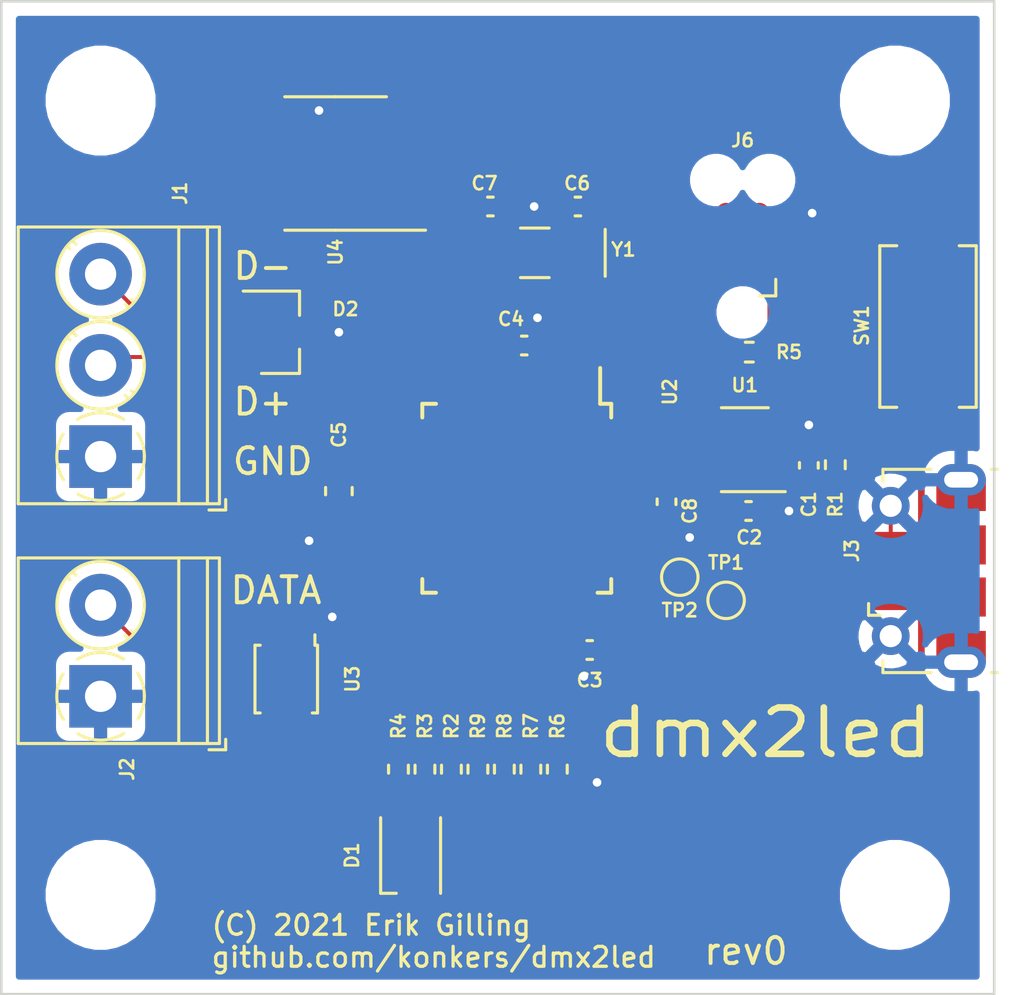
<source format=kicad_pcb>
(kicad_pcb (version 20171130) (host pcbnew "(5.1.8)-1")

  (general
    (thickness 1.6)
    (drawings 11)
    (tracks 238)
    (zones 0)
    (modules 35)
    (nets 56)
  )

  (page A4)
  (layers
    (0 F.Cu signal)
    (31 B.Cu signal)
    (32 B.Adhes user)
    (33 F.Adhes user)
    (34 B.Paste user)
    (35 F.Paste user)
    (36 B.SilkS user)
    (37 F.SilkS user)
    (38 B.Mask user)
    (39 F.Mask user)
    (40 Dwgs.User user)
    (41 Cmts.User user)
    (42 Eco1.User user)
    (43 Eco2.User user)
    (44 Edge.Cuts user)
    (45 Margin user)
    (46 B.CrtYd user)
    (47 F.CrtYd user)
    (48 B.Fab user hide)
    (49 F.Fab user hide)
  )

  (setup
    (last_trace_width 0.1524)
    (user_trace_width 0.1524)
    (user_trace_width 0.254)
    (user_trace_width 0.381)
    (user_trace_width 0.508)
    (trace_clearance 0.1524)
    (zone_clearance 0.508)
    (zone_45_only no)
    (trace_min 0.1524)
    (via_size 0.6858)
    (via_drill 0.3302)
    (via_min_size 0.508)
    (via_min_drill 0.254)
    (uvia_size 0.6858)
    (uvia_drill 0.3048)
    (uvias_allowed no)
    (uvia_min_size 0.508)
    (uvia_min_drill 0.254)
    (edge_width 0.1)
    (segment_width 0.2)
    (pcb_text_width 0.3)
    (pcb_text_size 1.5 1.5)
    (mod_edge_width 0.15)
    (mod_text_size 1 1)
    (mod_text_width 0.15)
    (pad_size 1.524 1.524)
    (pad_drill 0.762)
    (pad_to_mask_clearance 0.0508)
    (aux_axis_origin 0 0)
    (visible_elements 7FFFFFFF)
    (pcbplotparams
      (layerselection 0x010fc_ffffffff)
      (usegerberextensions false)
      (usegerberattributes true)
      (usegerberadvancedattributes true)
      (creategerberjobfile true)
      (excludeedgelayer true)
      (linewidth 0.100000)
      (plotframeref false)
      (viasonmask false)
      (mode 1)
      (useauxorigin false)
      (hpglpennumber 1)
      (hpglpenspeed 20)
      (hpglpendiameter 15.000000)
      (psnegative false)
      (psa4output false)
      (plotreference true)
      (plotvalue true)
      (plotinvisibletext false)
      (padsonsilk false)
      (subtractmaskfromsilk false)
      (outputformat 1)
      (mirror false)
      (drillshape 1)
      (scaleselection 1)
      (outputdirectory ""))
  )

  (net 0 "")
  (net 1 GND)
  (net 2 +5V)
  (net 3 +3V3)
  (net 4 "Net-(C6-Pad1)")
  (net 5 "Net-(C7-Pad1)")
  (net 6 "Net-(C8-Pad1)")
  (net 7 "Net-(D1-Pad4)")
  (net 8 "Net-(D1-Pad3)")
  (net 9 "Net-(D1-Pad2)")
  (net 10 /WS2812_DATA_5V)
  (net 11 /USB_DP)
  (net 12 "Net-(J3-Pad4)")
  (net 13 /USB_DM)
  (net 14 "Net-(J6-Pad6)")
  (net 15 /SWCLK)
  (net 16 /NRST)
  (net 17 /SWDIO)
  (net 18 "Net-(R1-Pad2)")
  (net 19 /LED_R)
  (net 20 /LED_G)
  (net 21 /LED_B)
  (net 22 /BOARD_ID3)
  (net 23 /BOARD_ID2)
  (net 24 /BOARD_ID1)
  (net 25 /BOARD_ID0)
  (net 26 /TXD)
  (net 27 /RXD)
  (net 28 "Net-(U1-Pad4)")
  (net 29 "Net-(U2-Pad48)")
  (net 30 "Net-(U2-Pad47)")
  (net 31 "Net-(U2-Pad41)")
  (net 32 "Net-(U2-Pad39)")
  (net 33 "Net-(U2-Pad25)")
  (net 34 "Net-(U2-Pad24)")
  (net 35 "Net-(U2-Pad23)")
  (net 36 "Net-(U2-Pad22)")
  (net 37 "Net-(U2-Pad21)")
  (net 38 /UNUSED_SPI_CLK)
  (net 39 /WS2812_DATA)
  (net 40 "Net-(U2-Pad14)")
  (net 41 "Net-(U2-Pad12)")
  (net 42 "Net-(U2-Pad11)")
  (net 43 "Net-(U2-Pad10)")
  (net 44 "Net-(U2-Pad9)")
  (net 45 "Net-(U2-Pad8)")
  (net 46 "Net-(U2-Pad7)")
  (net 47 "Net-(U2-Pad4)")
  (net 48 "Net-(U2-Pad3)")
  (net 49 "Net-(U3-Pad8)")
  (net 50 "Net-(U3-Pad5)")
  (net 51 /DMX_TX)
  (net 52 /DMX_TX_EN)
  (net 53 /DMX_RX)
  (net 54 /DMX_P)
  (net 55 /DMX_M)

  (net_class Default "This is the default net class."
    (clearance 0.1524)
    (trace_width 0.1524)
    (via_dia 0.6858)
    (via_drill 0.3302)
    (uvia_dia 0.6858)
    (uvia_drill 0.3048)
    (add_net +3V3)
    (add_net +5V)
    (add_net /BOARD_ID0)
    (add_net /BOARD_ID1)
    (add_net /BOARD_ID2)
    (add_net /BOARD_ID3)
    (add_net /DMX_M)
    (add_net /DMX_P)
    (add_net /DMX_RX)
    (add_net /DMX_TX)
    (add_net /DMX_TX_EN)
    (add_net /LED_B)
    (add_net /LED_G)
    (add_net /LED_R)
    (add_net /NRST)
    (add_net /RXD)
    (add_net /SWCLK)
    (add_net /SWDIO)
    (add_net /TXD)
    (add_net /UNUSED_SPI_CLK)
    (add_net /USB_DM)
    (add_net /USB_DP)
    (add_net /WS2812_DATA)
    (add_net /WS2812_DATA_5V)
    (add_net GND)
    (add_net "Net-(C6-Pad1)")
    (add_net "Net-(C7-Pad1)")
    (add_net "Net-(C8-Pad1)")
    (add_net "Net-(D1-Pad2)")
    (add_net "Net-(D1-Pad3)")
    (add_net "Net-(D1-Pad4)")
    (add_net "Net-(J3-Pad4)")
    (add_net "Net-(J6-Pad6)")
    (add_net "Net-(R1-Pad2)")
    (add_net "Net-(U1-Pad4)")
    (add_net "Net-(U2-Pad10)")
    (add_net "Net-(U2-Pad11)")
    (add_net "Net-(U2-Pad12)")
    (add_net "Net-(U2-Pad14)")
    (add_net "Net-(U2-Pad21)")
    (add_net "Net-(U2-Pad22)")
    (add_net "Net-(U2-Pad23)")
    (add_net "Net-(U2-Pad24)")
    (add_net "Net-(U2-Pad25)")
    (add_net "Net-(U2-Pad3)")
    (add_net "Net-(U2-Pad39)")
    (add_net "Net-(U2-Pad4)")
    (add_net "Net-(U2-Pad41)")
    (add_net "Net-(U2-Pad47)")
    (add_net "Net-(U2-Pad48)")
    (add_net "Net-(U2-Pad7)")
    (add_net "Net-(U2-Pad8)")
    (add_net "Net-(U2-Pad9)")
    (add_net "Net-(U3-Pad5)")
    (add_net "Net-(U3-Pad8)")
  )

  (module Package_QFP:TQFP-48_7x7mm_P0.5mm (layer F.Cu) (tedit 5A02F146) (tstamp 6127F19F)
    (at 108.68 107.97 270)
    (descr "48 LEAD TQFP 7x7mm (see MICREL TQFP7x7-48LD-PL-1.pdf)")
    (tags "QFP 0.5")
    (path /5FDD0125)
    (attr smd)
    (fp_text reference U2 (at -4.084 -5.874 90) (layer F.SilkS)
      (effects (font (size 0.508 0.508) (thickness 0.1016)))
    )
    (fp_text value ATSAMD21G18A-A (at 0 6 180) (layer F.Fab)
      (effects (font (size 1 1) (thickness 0.15)))
    )
    (fp_line (start -3.625 -3.2) (end -5 -3.2) (layer F.SilkS) (width 0.15))
    (fp_line (start 3.625 -3.625) (end 3.1 -3.625) (layer F.SilkS) (width 0.15))
    (fp_line (start 3.625 3.625) (end 3.1 3.625) (layer F.SilkS) (width 0.15))
    (fp_line (start -3.625 3.625) (end -3.1 3.625) (layer F.SilkS) (width 0.15))
    (fp_line (start -3.625 -3.625) (end -3.1 -3.625) (layer F.SilkS) (width 0.15))
    (fp_line (start -3.625 3.625) (end -3.625 3.1) (layer F.SilkS) (width 0.15))
    (fp_line (start 3.625 3.625) (end 3.625 3.1) (layer F.SilkS) (width 0.15))
    (fp_line (start 3.625 -3.625) (end 3.625 -3.1) (layer F.SilkS) (width 0.15))
    (fp_line (start -3.625 -3.625) (end -3.625 -3.2) (layer F.SilkS) (width 0.15))
    (fp_line (start -5.25 5.25) (end 5.25 5.25) (layer F.CrtYd) (width 0.05))
    (fp_line (start -5.25 -5.25) (end 5.25 -5.25) (layer F.CrtYd) (width 0.05))
    (fp_line (start 5.25 -5.25) (end 5.25 5.25) (layer F.CrtYd) (width 0.05))
    (fp_line (start -5.25 -5.25) (end -5.25 5.25) (layer F.CrtYd) (width 0.05))
    (fp_line (start -3.5 -2.5) (end -2.5 -3.5) (layer F.Fab) (width 0.15))
    (fp_line (start -3.5 3.5) (end -3.5 -2.5) (layer F.Fab) (width 0.15))
    (fp_line (start 3.5 3.5) (end -3.5 3.5) (layer F.Fab) (width 0.15))
    (fp_line (start 3.5 -3.5) (end 3.5 3.5) (layer F.Fab) (width 0.15))
    (fp_line (start -2.5 -3.5) (end 3.5 -3.5) (layer F.Fab) (width 0.15))
    (fp_text user %R (at 0.058999 -0.447001 90) (layer F.Fab)
      (effects (font (size 0.508 0.508) (thickness 0.1016)))
    )
    (pad 48 smd rect (at -2.75 -4.35) (size 1.3 0.25) (layers F.Cu F.Paste F.Mask)
      (net 29 "Net-(U2-Pad48)"))
    (pad 47 smd rect (at -2.25 -4.35) (size 1.3 0.25) (layers F.Cu F.Paste F.Mask)
      (net 30 "Net-(U2-Pad47)"))
    (pad 46 smd rect (at -1.75 -4.35) (size 1.3 0.25) (layers F.Cu F.Paste F.Mask)
      (net 17 /SWDIO))
    (pad 45 smd rect (at -1.25 -4.35) (size 1.3 0.25) (layers F.Cu F.Paste F.Mask)
      (net 15 /SWCLK))
    (pad 44 smd rect (at -0.75 -4.35) (size 1.3 0.25) (layers F.Cu F.Paste F.Mask)
      (net 3 +3V3))
    (pad 43 smd rect (at -0.25 -4.35) (size 1.3 0.25) (layers F.Cu F.Paste F.Mask)
      (net 6 "Net-(C8-Pad1)"))
    (pad 42 smd rect (at 0.25 -4.35) (size 1.3 0.25) (layers F.Cu F.Paste F.Mask)
      (net 1 GND))
    (pad 41 smd rect (at 0.75 -4.35) (size 1.3 0.25) (layers F.Cu F.Paste F.Mask)
      (net 31 "Net-(U2-Pad41)"))
    (pad 40 smd rect (at 1.25 -4.35) (size 1.3 0.25) (layers F.Cu F.Paste F.Mask)
      (net 16 /NRST))
    (pad 39 smd rect (at 1.75 -4.35) (size 1.3 0.25) (layers F.Cu F.Paste F.Mask)
      (net 32 "Net-(U2-Pad39)"))
    (pad 38 smd rect (at 2.25 -4.35) (size 1.3 0.25) (layers F.Cu F.Paste F.Mask)
      (net 27 /RXD))
    (pad 37 smd rect (at 2.75 -4.35) (size 1.3 0.25) (layers F.Cu F.Paste F.Mask)
      (net 26 /TXD))
    (pad 36 smd rect (at 4.35 -2.75 270) (size 1.3 0.25) (layers F.Cu F.Paste F.Mask)
      (net 3 +3V3))
    (pad 35 smd rect (at 4.35 -2.25 270) (size 1.3 0.25) (layers F.Cu F.Paste F.Mask)
      (net 1 GND))
    (pad 34 smd rect (at 4.35 -1.75 270) (size 1.3 0.25) (layers F.Cu F.Paste F.Mask)
      (net 11 /USB_DP))
    (pad 33 smd rect (at 4.35 -1.25 270) (size 1.3 0.25) (layers F.Cu F.Paste F.Mask)
      (net 13 /USB_DM))
    (pad 32 smd rect (at 4.35 -0.75 270) (size 1.3 0.25) (layers F.Cu F.Paste F.Mask)
      (net 22 /BOARD_ID3))
    (pad 31 smd rect (at 4.35 -0.25 270) (size 1.3 0.25) (layers F.Cu F.Paste F.Mask)
      (net 23 /BOARD_ID2))
    (pad 30 smd rect (at 4.35 0.25 270) (size 1.3 0.25) (layers F.Cu F.Paste F.Mask)
      (net 24 /BOARD_ID1))
    (pad 29 smd rect (at 4.35 0.75 270) (size 1.3 0.25) (layers F.Cu F.Paste F.Mask)
      (net 25 /BOARD_ID0))
    (pad 28 smd rect (at 4.35 1.25 270) (size 1.3 0.25) (layers F.Cu F.Paste F.Mask)
      (net 19 /LED_R))
    (pad 27 smd rect (at 4.35 1.75 270) (size 1.3 0.25) (layers F.Cu F.Paste F.Mask)
      (net 20 /LED_G))
    (pad 26 smd rect (at 4.35 2.25 270) (size 1.3 0.25) (layers F.Cu F.Paste F.Mask)
      (net 21 /LED_B))
    (pad 25 smd rect (at 4.35 2.75 270) (size 1.3 0.25) (layers F.Cu F.Paste F.Mask)
      (net 33 "Net-(U2-Pad25)"))
    (pad 24 smd rect (at 2.75 4.35) (size 1.3 0.25) (layers F.Cu F.Paste F.Mask)
      (net 34 "Net-(U2-Pad24)"))
    (pad 23 smd rect (at 2.25 4.35) (size 1.3 0.25) (layers F.Cu F.Paste F.Mask)
      (net 35 "Net-(U2-Pad23)"))
    (pad 22 smd rect (at 1.75 4.35) (size 1.3 0.25) (layers F.Cu F.Paste F.Mask)
      (net 36 "Net-(U2-Pad22)"))
    (pad 21 smd rect (at 1.25 4.35) (size 1.3 0.25) (layers F.Cu F.Paste F.Mask)
      (net 37 "Net-(U2-Pad21)"))
    (pad 20 smd rect (at 0.75 4.35) (size 1.3 0.25) (layers F.Cu F.Paste F.Mask)
      (net 38 /UNUSED_SPI_CLK))
    (pad 19 smd rect (at 0.25 4.35) (size 1.3 0.25) (layers F.Cu F.Paste F.Mask)
      (net 39 /WS2812_DATA))
    (pad 18 smd rect (at -0.25 4.35) (size 1.3 0.25) (layers F.Cu F.Paste F.Mask)
      (net 1 GND))
    (pad 17 smd rect (at -0.75 4.35) (size 1.3 0.25) (layers F.Cu F.Paste F.Mask)
      (net 3 +3V3))
    (pad 16 smd rect (at -1.25 4.35) (size 1.3 0.25) (layers F.Cu F.Paste F.Mask)
      (net 51 /DMX_TX))
    (pad 15 smd rect (at -1.75 4.35) (size 1.3 0.25) (layers F.Cu F.Paste F.Mask)
      (net 53 /DMX_RX))
    (pad 14 smd rect (at -2.25 4.35) (size 1.3 0.25) (layers F.Cu F.Paste F.Mask)
      (net 40 "Net-(U2-Pad14)"))
    (pad 13 smd rect (at -2.75 4.35) (size 1.3 0.25) (layers F.Cu F.Paste F.Mask)
      (net 52 /DMX_TX_EN))
    (pad 12 smd rect (at -4.35 2.75 270) (size 1.3 0.25) (layers F.Cu F.Paste F.Mask)
      (net 41 "Net-(U2-Pad12)"))
    (pad 11 smd rect (at -4.35 2.25 270) (size 1.3 0.25) (layers F.Cu F.Paste F.Mask)
      (net 42 "Net-(U2-Pad11)"))
    (pad 10 smd rect (at -4.35 1.75 270) (size 1.3 0.25) (layers F.Cu F.Paste F.Mask)
      (net 43 "Net-(U2-Pad10)"))
    (pad 9 smd rect (at -4.35 1.25 270) (size 1.3 0.25) (layers F.Cu F.Paste F.Mask)
      (net 44 "Net-(U2-Pad9)"))
    (pad 8 smd rect (at -4.35 0.75 270) (size 1.3 0.25) (layers F.Cu F.Paste F.Mask)
      (net 45 "Net-(U2-Pad8)"))
    (pad 7 smd rect (at -4.35 0.25 270) (size 1.3 0.25) (layers F.Cu F.Paste F.Mask)
      (net 46 "Net-(U2-Pad7)"))
    (pad 6 smd rect (at -4.35 -0.25 270) (size 1.3 0.25) (layers F.Cu F.Paste F.Mask)
      (net 3 +3V3))
    (pad 5 smd rect (at -4.35 -0.75 270) (size 1.3 0.25) (layers F.Cu F.Paste F.Mask)
      (net 1 GND))
    (pad 4 smd rect (at -4.35 -1.25 270) (size 1.3 0.25) (layers F.Cu F.Paste F.Mask)
      (net 47 "Net-(U2-Pad4)"))
    (pad 3 smd rect (at -4.35 -1.75 270) (size 1.3 0.25) (layers F.Cu F.Paste F.Mask)
      (net 48 "Net-(U2-Pad3)"))
    (pad 2 smd rect (at -4.35 -2.25 270) (size 1.3 0.25) (layers F.Cu F.Paste F.Mask)
      (net 5 "Net-(C7-Pad1)"))
    (pad 1 smd rect (at -4.35 -2.75 270) (size 1.3 0.25) (layers F.Cu F.Paste F.Mask)
      (net 4 "Net-(C6-Pad1)"))
    (model ${KISYS3DMOD}/Package_QFP.3dshapes/TQFP-48_7x7mm_P0.5mm.wrl
      (at (xyz 0 0 0))
      (scale (xyz 1 1 1))
      (rotate (xyz 0 0 0))
    )
  )

  (module Crystal:Crystal_SMD_MicroCrystal_CC7V-T1A-2Pin_3.2x1.5mm_HandSoldering (layer F.Cu) (tedit 5A0FD1B2) (tstamp 6127EFFD)
    (at 109.373 98.552 180)
    (descr "SMD Crystal MicroCrystal CC7V-T1A/CM7V-T1A series http://www.microcrystal.com/images/_Product-Documentation/01_TF_ceramic_Packages/01_Datasheet/CC1V-T1A.pdf, hand-soldering, 3.2x1.5mm^2 package")
    (tags "SMD SMT crystal hand-soldering")
    (path /6001507D)
    (attr smd)
    (fp_text reference Y1 (at -3.403 0.127) (layer F.SilkS)
      (effects (font (size 0.508 0.508) (thickness 0.1016)))
    )
    (fp_text value 32.768KHz (at 0 1.95) (layer F.Fab)
      (effects (font (size 1 1) (thickness 0.15)))
    )
    (fp_line (start 2.8 -1.2) (end -2.8 -1.2) (layer F.CrtYd) (width 0.05))
    (fp_line (start 2.8 1.2) (end 2.8 -1.2) (layer F.CrtYd) (width 0.05))
    (fp_line (start -2.8 1.2) (end 2.8 1.2) (layer F.CrtYd) (width 0.05))
    (fp_line (start -2.8 -1.2) (end -2.8 1.2) (layer F.CrtYd) (width 0.05))
    (fp_line (start -2.7 -0.9) (end -2.7 0.9) (layer F.SilkS) (width 0.12))
    (fp_line (start -0.55 0.95) (end 0.55 0.95) (layer F.SilkS) (width 0.12))
    (fp_line (start -0.55 -0.95) (end 0.55 -0.95) (layer F.SilkS) (width 0.12))
    (fp_line (start -1.6 0.25) (end -1.1 0.75) (layer F.Fab) (width 0.1))
    (fp_line (start 1.6 -0.75) (end -1.6 -0.75) (layer F.Fab) (width 0.1))
    (fp_line (start 1.6 0.75) (end 1.6 -0.75) (layer F.Fab) (width 0.1))
    (fp_line (start -1.6 0.75) (end 1.6 0.75) (layer F.Fab) (width 0.1))
    (fp_line (start -1.6 -0.75) (end -1.6 0.75) (layer F.Fab) (width 0.1))
    (fp_text user %R (at 0 0) (layer F.Fab)
      (effects (font (size 0.508 0.508) (thickness 0.1016)))
    )
    (pad 2 smd rect (at 1.625 0 180) (size 1.75 1.8) (layers F.Cu F.Paste F.Mask)
      (net 5 "Net-(C7-Pad1)"))
    (pad 1 smd rect (at -1.625 0 180) (size 1.75 1.8) (layers F.Cu F.Paste F.Mask)
      (net 4 "Net-(C6-Pad1)"))
    (model ${KISYS3DMOD}/Crystal.3dshapes/Crystal_SMD_MicroCrystal_CC7V-T1A-2Pin_3.2x1.5mm_HandSoldering.wrl
      (at (xyz 0 0 0))
      (scale (xyz 1 1 1))
      (rotate (xyz 0 0 0))
    )
  )

  (module Package_SO:SOIC-8_3.9x4.9mm_P1.27mm (layer F.Cu) (tedit 5D9F72B1) (tstamp 6127EFB9)
    (at 101.727 95.123 180)
    (descr "SOIC, 8 Pin (JEDEC MS-012AA, https://www.analog.com/media/en/package-pcb-resources/package/pkg_pdf/soic_narrow-r/r_8.pdf), generated with kicad-footprint-generator ipc_gullwing_generator.py")
    (tags "SOIC SO")
    (path /612F4455)
    (attr smd)
    (fp_text reference U4 (at 0 -3.4 270) (layer F.SilkS)
      (effects (font (size 0.508 0.508) (thickness 0.1016)))
    )
    (fp_text value SN75176AD (at 0 3.4 270) (layer F.Fab)
      (effects (font (size 1 1) (thickness 0.15)))
    )
    (fp_line (start 3.7 -2.7) (end -3.7 -2.7) (layer F.CrtYd) (width 0.05))
    (fp_line (start 3.7 2.7) (end 3.7 -2.7) (layer F.CrtYd) (width 0.05))
    (fp_line (start -3.7 2.7) (end 3.7 2.7) (layer F.CrtYd) (width 0.05))
    (fp_line (start -3.7 -2.7) (end -3.7 2.7) (layer F.CrtYd) (width 0.05))
    (fp_line (start -1.95 -1.475) (end -0.975 -2.45) (layer F.Fab) (width 0.1))
    (fp_line (start -1.95 2.45) (end -1.95 -1.475) (layer F.Fab) (width 0.1))
    (fp_line (start 1.95 2.45) (end -1.95 2.45) (layer F.Fab) (width 0.1))
    (fp_line (start 1.95 -2.45) (end 1.95 2.45) (layer F.Fab) (width 0.1))
    (fp_line (start -0.975 -2.45) (end 1.95 -2.45) (layer F.Fab) (width 0.1))
    (fp_line (start 0 -2.56) (end -3.45 -2.56) (layer F.SilkS) (width 0.12))
    (fp_line (start 0 -2.56) (end 1.95 -2.56) (layer F.SilkS) (width 0.12))
    (fp_line (start 0 2.56) (end -1.95 2.56) (layer F.SilkS) (width 0.12))
    (fp_line (start 0 2.56) (end 1.95 2.56) (layer F.SilkS) (width 0.12))
    (fp_text user %R (at 0 0) (layer F.Fab)
      (effects (font (size 0.508 0.508) (thickness 0.1016)))
    )
    (pad 8 smd roundrect (at 2.475 -1.905 180) (size 1.95 0.6) (layers F.Cu F.Paste F.Mask) (roundrect_rratio 0.25)
      (net 3 +3V3))
    (pad 7 smd roundrect (at 2.475 -0.635 180) (size 1.95 0.6) (layers F.Cu F.Paste F.Mask) (roundrect_rratio 0.25)
      (net 55 /DMX_M))
    (pad 6 smd roundrect (at 2.475 0.635 180) (size 1.95 0.6) (layers F.Cu F.Paste F.Mask) (roundrect_rratio 0.25)
      (net 54 /DMX_P))
    (pad 5 smd roundrect (at 2.475 1.905 180) (size 1.95 0.6) (layers F.Cu F.Paste F.Mask) (roundrect_rratio 0.25)
      (net 1 GND))
    (pad 4 smd roundrect (at -2.475 1.905 180) (size 1.95 0.6) (layers F.Cu F.Paste F.Mask) (roundrect_rratio 0.25)
      (net 51 /DMX_TX))
    (pad 3 smd roundrect (at -2.475 0.635 180) (size 1.95 0.6) (layers F.Cu F.Paste F.Mask) (roundrect_rratio 0.25)
      (net 52 /DMX_TX_EN))
    (pad 2 smd roundrect (at -2.475 -0.635 180) (size 1.95 0.6) (layers F.Cu F.Paste F.Mask) (roundrect_rratio 0.25)
      (net 52 /DMX_TX_EN))
    (pad 1 smd roundrect (at -2.475 -1.905 180) (size 1.95 0.6) (layers F.Cu F.Paste F.Mask) (roundrect_rratio 0.25)
      (net 53 /DMX_RX))
    (model ${KISYS3DMOD}/Package_SO.3dshapes/SOIC-8_3.9x4.9mm_P1.27mm.wrl
      (at (xyz 0 0 0))
      (scale (xyz 1 1 1))
      (rotate (xyz 0 0 0))
    )
  )

  (module Package_SO:VSSOP-8_2.4x2.1mm_P0.5mm (layer F.Cu) (tedit 5A02F25C) (tstamp 6127F079)
    (at 99.834 114.909 270)
    (descr http://www.ti.com/lit/ml/mpds050d/mpds050d.pdf)
    (tags "VSSOP DCU R-PDSO-G8 Pitch0.5mm")
    (path /6142450E)
    (attr smd)
    (fp_text reference U3 (at 0 -2.54 90) (layer F.SilkS)
      (effects (font (size 0.508 0.508) (thickness 0.1016)))
    )
    (fp_text value TXB0102DCU (at 0 2.413 90) (layer F.Fab)
      (effects (font (size 1 1) (thickness 0.15)))
    )
    (fp_line (start -1.2 1.05) (end 1.2 1.05) (layer F.Fab) (width 0.1))
    (fp_line (start 1.2 1.05) (end 1.2 -1.05) (layer F.Fab) (width 0.1))
    (fp_line (start 1.2 -1.05) (end -0.9 -1.05) (layer F.Fab) (width 0.1))
    (fp_line (start -0.9 -1.05) (end -1.2 -0.7) (layer F.Fab) (width 0.1))
    (fp_line (start -1.2 -0.7) (end -1.2 1.05) (layer F.Fab) (width 0.1))
    (fp_line (start -1.3 1.2) (end 1.3 1.2) (layer F.SilkS) (width 0.12))
    (fp_line (start 1.3 1.2) (end 1.3 1) (layer F.SilkS) (width 0.12))
    (fp_line (start 1.3 -1) (end 1.3 -1.2) (layer F.SilkS) (width 0.12))
    (fp_line (start 1.3 -1.2) (end -1.3 -1.2) (layer F.SilkS) (width 0.12))
    (fp_line (start -1.3 -1.2) (end -1.3 -1.1) (layer F.SilkS) (width 0.12))
    (fp_line (start -1.3 -1.1) (end -1.7 -1.1) (layer F.SilkS) (width 0.12))
    (fp_line (start -1.3 1.2) (end -1.3 1) (layer F.SilkS) (width 0.12))
    (fp_line (start -2.18 -1.3) (end 2.18 -1.3) (layer F.CrtYd) (width 0.05))
    (fp_line (start 2.18 -1.3) (end 2.18 1.3) (layer F.CrtYd) (width 0.05))
    (fp_line (start 2.18 1.3) (end -2.18 1.3) (layer F.CrtYd) (width 0.05))
    (fp_line (start -2.18 1.3) (end -2.18 -1.3) (layer F.CrtYd) (width 0.05))
    (fp_text user %R (at 0 0 90) (layer F.Fab)
      (effects (font (size 0.508 0.508) (thickness 0.1016)))
    )
    (pad 8 smd rect (at 1.55 -0.75 270) (size 0.75 0.25) (layers F.Cu F.Paste F.Mask)
      (net 49 "Net-(U3-Pad8)"))
    (pad 7 smd rect (at 1.55 -0.25 270) (size 0.75 0.25) (layers F.Cu F.Paste F.Mask)
      (net 2 +5V))
    (pad 6 smd rect (at 1.55 0.25 270) (size 0.75 0.25) (layers F.Cu F.Paste F.Mask)
      (net 3 +3V3))
    (pad 5 smd rect (at 1.55 0.75 270) (size 0.75 0.25) (layers F.Cu F.Paste F.Mask)
      (net 50 "Net-(U3-Pad5)"))
    (pad 4 smd rect (at -1.55 0.75 270) (size 0.75 0.25) (layers F.Cu F.Paste F.Mask)
      (net 39 /WS2812_DATA))
    (pad 3 smd rect (at -1.55 0.25 270) (size 0.75 0.25) (layers F.Cu F.Paste F.Mask)
      (net 3 +3V3))
    (pad 2 smd rect (at -1.55 -0.25 270) (size 0.75 0.25) (layers F.Cu F.Paste F.Mask)
      (net 1 GND))
    (pad 1 smd rect (at -1.55 -0.75 270) (size 0.75 0.25) (layers F.Cu F.Paste F.Mask)
      (net 10 /WS2812_DATA_5V))
    (model ${KISYS3DMOD}/Package_SO.3dshapes/VSSOP-8_2.4x2.1mm_P0.5mm.wrl
      (at (xyz 0 0 0))
      (scale (xyz 1 1 1))
      (rotate (xyz 0 0 0))
    )
  )

  (module Package_TO_SOT_SMD:SOT-23-5 (layer F.Cu) (tedit 5A02FF57) (tstamp 6127F035)
    (at 117.432 106.106 180)
    (descr "5-pin SOT23 package")
    (tags SOT-23-5)
    (path /5FE87529)
    (attr smd)
    (fp_text reference U1 (at 0 2.474) (layer F.SilkS)
      (effects (font (size 0.508 0.508) (thickness 0.1016)))
    )
    (fp_text value MIC5504-3.3YM5 (at 0 2.9) (layer F.Fab)
      (effects (font (size 1 1) (thickness 0.15)))
    )
    (fp_line (start 0.9 -1.55) (end 0.9 1.55) (layer F.Fab) (width 0.1))
    (fp_line (start 0.9 1.55) (end -0.9 1.55) (layer F.Fab) (width 0.1))
    (fp_line (start -0.9 -0.9) (end -0.9 1.55) (layer F.Fab) (width 0.1))
    (fp_line (start 0.9 -1.55) (end -0.25 -1.55) (layer F.Fab) (width 0.1))
    (fp_line (start -0.9 -0.9) (end -0.25 -1.55) (layer F.Fab) (width 0.1))
    (fp_line (start -1.9 1.8) (end -1.9 -1.8) (layer F.CrtYd) (width 0.05))
    (fp_line (start 1.9 1.8) (end -1.9 1.8) (layer F.CrtYd) (width 0.05))
    (fp_line (start 1.9 -1.8) (end 1.9 1.8) (layer F.CrtYd) (width 0.05))
    (fp_line (start -1.9 -1.8) (end 1.9 -1.8) (layer F.CrtYd) (width 0.05))
    (fp_line (start 0.9 -1.61) (end -1.55 -1.61) (layer F.SilkS) (width 0.12))
    (fp_line (start -0.9 1.61) (end 0.9 1.61) (layer F.SilkS) (width 0.12))
    (fp_text user %R (at 0 0 90) (layer F.Fab)
      (effects (font (size 0.508 0.508) (thickness 0.1016)))
    )
    (pad 5 smd rect (at 1.1 -0.95 180) (size 1.06 0.65) (layers F.Cu F.Paste F.Mask)
      (net 3 +3V3))
    (pad 4 smd rect (at 1.1 0.95 180) (size 1.06 0.65) (layers F.Cu F.Paste F.Mask)
      (net 28 "Net-(U1-Pad4)"))
    (pad 3 smd rect (at -1.1 0.95 180) (size 1.06 0.65) (layers F.Cu F.Paste F.Mask)
      (net 18 "Net-(R1-Pad2)"))
    (pad 2 smd rect (at -1.1 0 180) (size 1.06 0.65) (layers F.Cu F.Paste F.Mask)
      (net 1 GND))
    (pad 1 smd rect (at -1.1 -0.95 180) (size 1.06 0.65) (layers F.Cu F.Paste F.Mask)
      (net 2 +5V))
    (model ${KISYS3DMOD}/Package_TO_SOT_SMD.3dshapes/SOT-23-5.wrl
      (at (xyz 0 0 0))
      (scale (xyz 1 1 1))
      (rotate (xyz 0 0 0))
    )
  )

  (module TestPoint:TestPoint_Pad_D1.0mm (layer F.Cu) (tedit 5A0F774F) (tstamp 61273087)
    (at 114.935 110.998)
    (descr "SMD pad as test Point, diameter 1.0mm")
    (tags "test point SMD pad")
    (path /5FDE7321)
    (attr virtual)
    (fp_text reference TP2 (at 0 1.27) (layer F.SilkS)
      (effects (font (size 0.508 0.508) (thickness 0.1016)))
    )
    (fp_text value TestPoint (at 0 1.55) (layer F.Fab)
      (effects (font (size 1 1) (thickness 0.15)))
    )
    (fp_circle (center 0 0) (end 0 0.7) (layer F.SilkS) (width 0.12))
    (fp_circle (center 0 0) (end 1 0) (layer F.CrtYd) (width 0.05))
    (fp_text user %R (at 0 -1.45) (layer F.Fab)
      (effects (font (size 0.508 0.508) (thickness 0.1016)))
    )
    (pad 1 smd circle (at 0 0) (size 1 1) (layers F.Cu F.Mask)
      (net 27 /RXD))
  )

  (module TestPoint:TestPoint_Pad_D1.0mm (layer F.Cu) (tedit 5A0F774F) (tstamp 6127307F)
    (at 116.713 111.887)
    (descr "SMD pad as test Point, diameter 1.0mm")
    (tags "test point SMD pad")
    (path /5FDE6561)
    (attr virtual)
    (fp_text reference TP1 (at 0 -1.448) (layer F.SilkS)
      (effects (font (size 0.508 0.508) (thickness 0.1016)))
    )
    (fp_text value TestPoint (at 0 1.55) (layer F.Fab)
      (effects (font (size 1 1) (thickness 0.15)))
    )
    (fp_circle (center 0 0) (end 0 0.7) (layer F.SilkS) (width 0.12))
    (fp_circle (center 0 0) (end 1 0) (layer F.CrtYd) (width 0.05))
    (fp_text user %R (at 0 -1.45) (layer F.Fab)
      (effects (font (size 0.508 0.508) (thickness 0.1016)))
    )
    (pad 1 smd circle (at 0 0) (size 1 1) (layers F.Cu F.Mask)
      (net 26 /TXD))
  )

  (module Button_Switch_SMD:SW_SPST_EVQPE1 (layer F.Cu) (tedit 5A02FC95) (tstamp 6127F0F9)
    (at 124.46 101.379 270)
    (descr "Light Touch Switch, https://industrial.panasonic.com/cdbs/www-data/pdf/ATK0000/ATK0000CE7.pdf")
    (path /5FED7117)
    (attr smd)
    (fp_text reference SW1 (at -0.033 2.54 90) (layer F.SilkS)
      (effects (font (size 0.508 0.508) (thickness 0.1016)))
    )
    (fp_text value RESET (at 0 3 90) (layer F.Fab)
      (effects (font (size 1 1) (thickness 0.15)))
    )
    (fp_line (start -3.1 1.85) (end 3.1 1.85) (layer F.SilkS) (width 0.12))
    (fp_line (start 3.1 -1.85) (end -3.1 -1.85) (layer F.SilkS) (width 0.12))
    (fp_line (start -3.1 -1.85) (end -3.1 -1.2) (layer F.SilkS) (width 0.12))
    (fp_line (start -3.1 1.2) (end -3.1 1.85) (layer F.SilkS) (width 0.12))
    (fp_line (start 3.1 1.85) (end 3.1 1.2) (layer F.SilkS) (width 0.12))
    (fp_line (start 3.1 -1.85) (end 3.1 -1.2) (layer F.SilkS) (width 0.12))
    (fp_line (start -3.95 2) (end -3.95 -2) (layer F.CrtYd) (width 0.05))
    (fp_line (start 3.95 2) (end -3.95 2) (layer F.CrtYd) (width 0.05))
    (fp_line (start 3.95 -2) (end 3.95 2) (layer F.CrtYd) (width 0.05))
    (fp_line (start -3.95 -2) (end 3.95 -2) (layer F.CrtYd) (width 0.05))
    (fp_line (start -1.4 0.7) (end -1.4 -0.7) (layer F.Fab) (width 0.1))
    (fp_line (start 1.4 0.7) (end -1.4 0.7) (layer F.Fab) (width 0.1))
    (fp_line (start 1.4 -0.7) (end 1.4 0.7) (layer F.Fab) (width 0.1))
    (fp_line (start -1.4 -0.7) (end 1.4 -0.7) (layer F.Fab) (width 0.1))
    (fp_line (start -3 -1.75) (end 3 -1.75) (layer F.Fab) (width 0.1))
    (fp_line (start -3 1.75) (end -3 -1.75) (layer F.Fab) (width 0.1))
    (fp_line (start 3 1.75) (end -3 1.75) (layer F.Fab) (width 0.1))
    (fp_line (start 3 -1.75) (end 3 1.75) (layer F.Fab) (width 0.1))
    (fp_text user %R (at 0 -2.65 90) (layer F.Fab)
      (effects (font (size 0.508 0.508) (thickness 0.1016)))
    )
    (pad 1 smd rect (at -2.7 0 270) (size 2 1.6) (layers F.Cu F.Paste F.Mask)
      (net 16 /NRST))
    (pad 2 smd rect (at 2.7 0 270) (size 2 1.6) (layers F.Cu F.Paste F.Mask)
      (net 1 GND))
    (model ${KISYS3DMOD}/Button_Switch_SMD.3dshapes/SW_SPST_EVQPE1.wrl
      (at (xyz 0 0 0))
      (scale (xyz 1 1 1))
      (rotate (xyz 0 0 0))
    )
  )

  (module Resistor_SMD:R_0402_1005Metric (layer F.Cu) (tedit 5F68FEEE) (tstamp 6127EF80)
    (at 107.188 118.366 270)
    (descr "Resistor SMD 0402 (1005 Metric), square (rectangular) end terminal, IPC_7351 nominal, (Body size source: IPC-SM-782 page 72, https://www.pcb-3d.com/wordpress/wp-content/uploads/ipc-sm-782a_amendment_1_and_2.pdf), generated with kicad-footprint-generator")
    (tags resistor)
    (path /5FFAD33F)
    (attr smd)
    (fp_text reference R9 (at -1.653 0 90) (layer F.SilkS)
      (effects (font (size 0.508 0.508) (thickness 0.1016)))
    )
    (fp_text value DNI (at 0 1.17 90) (layer F.Fab)
      (effects (font (size 1 1) (thickness 0.15)))
    )
    (fp_line (start 0.93 0.47) (end -0.93 0.47) (layer F.CrtYd) (width 0.05))
    (fp_line (start 0.93 -0.47) (end 0.93 0.47) (layer F.CrtYd) (width 0.05))
    (fp_line (start -0.93 -0.47) (end 0.93 -0.47) (layer F.CrtYd) (width 0.05))
    (fp_line (start -0.93 0.47) (end -0.93 -0.47) (layer F.CrtYd) (width 0.05))
    (fp_line (start -0.153641 0.38) (end 0.153641 0.38) (layer F.SilkS) (width 0.12))
    (fp_line (start -0.153641 -0.38) (end 0.153641 -0.38) (layer F.SilkS) (width 0.12))
    (fp_line (start 0.525 0.27) (end -0.525 0.27) (layer F.Fab) (width 0.1))
    (fp_line (start 0.525 -0.27) (end 0.525 0.27) (layer F.Fab) (width 0.1))
    (fp_line (start -0.525 -0.27) (end 0.525 -0.27) (layer F.Fab) (width 0.1))
    (fp_line (start -0.525 0.27) (end -0.525 -0.27) (layer F.Fab) (width 0.1))
    (fp_text user %R (at 0 0 90) (layer F.Fab)
      (effects (font (size 0.508 0.508) (thickness 0.1016)))
    )
    (pad 2 smd roundrect (at 0.51 0 270) (size 0.54 0.64) (layers F.Cu F.Paste F.Mask) (roundrect_rratio 0.25)
      (net 1 GND))
    (pad 1 smd roundrect (at -0.51 0 270) (size 0.54 0.64) (layers F.Cu F.Paste F.Mask) (roundrect_rratio 0.25)
      (net 25 /BOARD_ID0))
    (model ${KISYS3DMOD}/Resistor_SMD.3dshapes/R_0402_1005Metric.wrl
      (at (xyz 0 0 0))
      (scale (xyz 1 1 1))
      (rotate (xyz 0 0 0))
    )
  )

  (module Resistor_SMD:R_0402_1005Metric (layer F.Cu) (tedit 5F68FEEE) (tstamp 612749C8)
    (at 108.204 118.364 270)
    (descr "Resistor SMD 0402 (1005 Metric), square (rectangular) end terminal, IPC_7351 nominal, (Body size source: IPC-SM-782 page 72, https://www.pcb-3d.com/wordpress/wp-content/uploads/ipc-sm-782a_amendment_1_and_2.pdf), generated with kicad-footprint-generator")
    (tags resistor)
    (path /5FFC9F6F)
    (attr smd)
    (fp_text reference R8 (at -1.651 0 90) (layer F.SilkS)
      (effects (font (size 0.508 0.508) (thickness 0.1016)))
    )
    (fp_text value DNI (at 0 1.17 90) (layer F.Fab)
      (effects (font (size 1 1) (thickness 0.15)))
    )
    (fp_line (start 0.93 0.47) (end -0.93 0.47) (layer F.CrtYd) (width 0.05))
    (fp_line (start 0.93 -0.47) (end 0.93 0.47) (layer F.CrtYd) (width 0.05))
    (fp_line (start -0.93 -0.47) (end 0.93 -0.47) (layer F.CrtYd) (width 0.05))
    (fp_line (start -0.93 0.47) (end -0.93 -0.47) (layer F.CrtYd) (width 0.05))
    (fp_line (start -0.153641 0.38) (end 0.153641 0.38) (layer F.SilkS) (width 0.12))
    (fp_line (start -0.153641 -0.38) (end 0.153641 -0.38) (layer F.SilkS) (width 0.12))
    (fp_line (start 0.525 0.27) (end -0.525 0.27) (layer F.Fab) (width 0.1))
    (fp_line (start 0.525 -0.27) (end 0.525 0.27) (layer F.Fab) (width 0.1))
    (fp_line (start -0.525 -0.27) (end 0.525 -0.27) (layer F.Fab) (width 0.1))
    (fp_line (start -0.525 0.27) (end -0.525 -0.27) (layer F.Fab) (width 0.1))
    (fp_text user %R (at 0 0 90) (layer F.Fab)
      (effects (font (size 0.508 0.508) (thickness 0.1016)))
    )
    (pad 2 smd roundrect (at 0.51 0 270) (size 0.54 0.64) (layers F.Cu F.Paste F.Mask) (roundrect_rratio 0.25)
      (net 1 GND))
    (pad 1 smd roundrect (at -0.51 0 270) (size 0.54 0.64) (layers F.Cu F.Paste F.Mask) (roundrect_rratio 0.25)
      (net 24 /BOARD_ID1))
    (model ${KISYS3DMOD}/Resistor_SMD.3dshapes/R_0402_1005Metric.wrl
      (at (xyz 0 0 0))
      (scale (xyz 1 1 1))
      (rotate (xyz 0 0 0))
    )
  )

  (module Resistor_SMD:R_0402_1005Metric (layer F.Cu) (tedit 5F68FEEE) (tstamp 61274A3A)
    (at 109.22 118.366 270)
    (descr "Resistor SMD 0402 (1005 Metric), square (rectangular) end terminal, IPC_7351 nominal, (Body size source: IPC-SM-782 page 72, https://www.pcb-3d.com/wordpress/wp-content/uploads/ipc-sm-782a_amendment_1_and_2.pdf), generated with kicad-footprint-generator")
    (tags resistor)
    (path /5FFD109D)
    (attr smd)
    (fp_text reference R7 (at -1.653 0 90) (layer F.SilkS)
      (effects (font (size 0.508 0.508) (thickness 0.1016)))
    )
    (fp_text value DNI (at 0 1.17 90) (layer F.Fab)
      (effects (font (size 1 1) (thickness 0.15)))
    )
    (fp_line (start 0.93 0.47) (end -0.93 0.47) (layer F.CrtYd) (width 0.05))
    (fp_line (start 0.93 -0.47) (end 0.93 0.47) (layer F.CrtYd) (width 0.05))
    (fp_line (start -0.93 -0.47) (end 0.93 -0.47) (layer F.CrtYd) (width 0.05))
    (fp_line (start -0.93 0.47) (end -0.93 -0.47) (layer F.CrtYd) (width 0.05))
    (fp_line (start -0.153641 0.38) (end 0.153641 0.38) (layer F.SilkS) (width 0.12))
    (fp_line (start -0.153641 -0.38) (end 0.153641 -0.38) (layer F.SilkS) (width 0.12))
    (fp_line (start 0.525 0.27) (end -0.525 0.27) (layer F.Fab) (width 0.1))
    (fp_line (start 0.525 -0.27) (end 0.525 0.27) (layer F.Fab) (width 0.1))
    (fp_line (start -0.525 -0.27) (end 0.525 -0.27) (layer F.Fab) (width 0.1))
    (fp_line (start -0.525 0.27) (end -0.525 -0.27) (layer F.Fab) (width 0.1))
    (fp_text user %R (at 0 0 90) (layer F.Fab)
      (effects (font (size 0.508 0.508) (thickness 0.1016)))
    )
    (pad 2 smd roundrect (at 0.51 0 270) (size 0.54 0.64) (layers F.Cu F.Paste F.Mask) (roundrect_rratio 0.25)
      (net 1 GND))
    (pad 1 smd roundrect (at -0.51 0 270) (size 0.54 0.64) (layers F.Cu F.Paste F.Mask) (roundrect_rratio 0.25)
      (net 23 /BOARD_ID2))
    (model ${KISYS3DMOD}/Resistor_SMD.3dshapes/R_0402_1005Metric.wrl
      (at (xyz 0 0 0))
      (scale (xyz 1 1 1))
      (rotate (xyz 0 0 0))
    )
  )

  (module Resistor_SMD:R_0402_1005Metric (layer F.Cu) (tedit 5F68FEEE) (tstamp 6127F139)
    (at 110.236 118.364 270)
    (descr "Resistor SMD 0402 (1005 Metric), square (rectangular) end terminal, IPC_7351 nominal, (Body size source: IPC-SM-782 page 72, https://www.pcb-3d.com/wordpress/wp-content/uploads/ipc-sm-782a_amendment_1_and_2.pdf), generated with kicad-footprint-generator")
    (tags resistor)
    (path /5FFD8418)
    (attr smd)
    (fp_text reference R6 (at -1.651 0 90) (layer F.SilkS)
      (effects (font (size 0.508 0.508) (thickness 0.1016)))
    )
    (fp_text value DNI (at 0 1.17 90) (layer F.Fab)
      (effects (font (size 1 1) (thickness 0.15)))
    )
    (fp_line (start 0.93 0.47) (end -0.93 0.47) (layer F.CrtYd) (width 0.05))
    (fp_line (start 0.93 -0.47) (end 0.93 0.47) (layer F.CrtYd) (width 0.05))
    (fp_line (start -0.93 -0.47) (end 0.93 -0.47) (layer F.CrtYd) (width 0.05))
    (fp_line (start -0.93 0.47) (end -0.93 -0.47) (layer F.CrtYd) (width 0.05))
    (fp_line (start -0.153641 0.38) (end 0.153641 0.38) (layer F.SilkS) (width 0.12))
    (fp_line (start -0.153641 -0.38) (end 0.153641 -0.38) (layer F.SilkS) (width 0.12))
    (fp_line (start 0.525 0.27) (end -0.525 0.27) (layer F.Fab) (width 0.1))
    (fp_line (start 0.525 -0.27) (end 0.525 0.27) (layer F.Fab) (width 0.1))
    (fp_line (start -0.525 -0.27) (end 0.525 -0.27) (layer F.Fab) (width 0.1))
    (fp_line (start -0.525 0.27) (end -0.525 -0.27) (layer F.Fab) (width 0.1))
    (fp_text user %R (at 0 0 90) (layer F.Fab)
      (effects (font (size 0.508 0.508) (thickness 0.1016)))
    )
    (pad 2 smd roundrect (at 0.51 0 270) (size 0.54 0.64) (layers F.Cu F.Paste F.Mask) (roundrect_rratio 0.25)
      (net 1 GND))
    (pad 1 smd roundrect (at -0.51 0 270) (size 0.54 0.64) (layers F.Cu F.Paste F.Mask) (roundrect_rratio 0.25)
      (net 22 /BOARD_ID3))
    (model ${KISYS3DMOD}/Resistor_SMD.3dshapes/R_0402_1005Metric.wrl
      (at (xyz 0 0 0))
      (scale (xyz 1 1 1))
      (rotate (xyz 0 0 0))
    )
  )

  (module Resistor_SMD:R_0402_1005Metric (layer F.Cu) (tedit 5F68FEEE) (tstamp 6127F2C2)
    (at 117.602 102.362 180)
    (descr "Resistor SMD 0402 (1005 Metric), square (rectangular) end terminal, IPC_7351 nominal, (Body size source: IPC-SM-782 page 72, https://www.pcb-3d.com/wordpress/wp-content/uploads/ipc-sm-782a_amendment_1_and_2.pdf), generated with kicad-footprint-generator")
    (tags resistor)
    (path /5FF0D146)
    (attr smd)
    (fp_text reference R5 (at -1.524 0) (layer F.SilkS)
      (effects (font (size 0.508 0.508) (thickness 0.1016)))
    )
    (fp_text value 1K (at 0 1.17) (layer F.Fab)
      (effects (font (size 1 1) (thickness 0.15)))
    )
    (fp_line (start 0.93 0.47) (end -0.93 0.47) (layer F.CrtYd) (width 0.05))
    (fp_line (start 0.93 -0.47) (end 0.93 0.47) (layer F.CrtYd) (width 0.05))
    (fp_line (start -0.93 -0.47) (end 0.93 -0.47) (layer F.CrtYd) (width 0.05))
    (fp_line (start -0.93 0.47) (end -0.93 -0.47) (layer F.CrtYd) (width 0.05))
    (fp_line (start -0.153641 0.38) (end 0.153641 0.38) (layer F.SilkS) (width 0.12))
    (fp_line (start -0.153641 -0.38) (end 0.153641 -0.38) (layer F.SilkS) (width 0.12))
    (fp_line (start 0.525 0.27) (end -0.525 0.27) (layer F.Fab) (width 0.1))
    (fp_line (start 0.525 -0.27) (end 0.525 0.27) (layer F.Fab) (width 0.1))
    (fp_line (start -0.525 -0.27) (end 0.525 -0.27) (layer F.Fab) (width 0.1))
    (fp_line (start -0.525 0.27) (end -0.525 -0.27) (layer F.Fab) (width 0.1))
    (fp_text user %R (at 0 0) (layer F.Fab)
      (effects (font (size 0.508 0.508) (thickness 0.1016)))
    )
    (pad 2 smd roundrect (at 0.51 0 180) (size 0.54 0.64) (layers F.Cu F.Paste F.Mask) (roundrect_rratio 0.25)
      (net 17 /SWDIO))
    (pad 1 smd roundrect (at -0.51 0 180) (size 0.54 0.64) (layers F.Cu F.Paste F.Mask) (roundrect_rratio 0.25)
      (net 3 +3V3))
    (model ${KISYS3DMOD}/Resistor_SMD.3dshapes/R_0402_1005Metric.wrl
      (at (xyz 0 0 0))
      (scale (xyz 1 1 1))
      (rotate (xyz 0 0 0))
    )
  )

  (module Resistor_SMD:R_0402_1005Metric (layer F.Cu) (tedit 5F68FEEE) (tstamp 6127F2F2)
    (at 104.14 118.366 90)
    (descr "Resistor SMD 0402 (1005 Metric), square (rectangular) end terminal, IPC_7351 nominal, (Body size source: IPC-SM-782 page 72, https://www.pcb-3d.com/wordpress/wp-content/uploads/ipc-sm-782a_amendment_1_and_2.pdf), generated with kicad-footprint-generator")
    (tags resistor)
    (path /5FF622FC)
    (attr smd)
    (fp_text reference R4 (at 1.653 0 90) (layer F.SilkS)
      (effects (font (size 0.508 0.508) (thickness 0.1016)))
    )
    (fp_text value 390 (at 0 1.17 90) (layer F.Fab)
      (effects (font (size 1 1) (thickness 0.15)))
    )
    (fp_line (start 0.93 0.47) (end -0.93 0.47) (layer F.CrtYd) (width 0.05))
    (fp_line (start 0.93 -0.47) (end 0.93 0.47) (layer F.CrtYd) (width 0.05))
    (fp_line (start -0.93 -0.47) (end 0.93 -0.47) (layer F.CrtYd) (width 0.05))
    (fp_line (start -0.93 0.47) (end -0.93 -0.47) (layer F.CrtYd) (width 0.05))
    (fp_line (start -0.153641 0.38) (end 0.153641 0.38) (layer F.SilkS) (width 0.12))
    (fp_line (start -0.153641 -0.38) (end 0.153641 -0.38) (layer F.SilkS) (width 0.12))
    (fp_line (start 0.525 0.27) (end -0.525 0.27) (layer F.Fab) (width 0.1))
    (fp_line (start 0.525 -0.27) (end 0.525 0.27) (layer F.Fab) (width 0.1))
    (fp_line (start -0.525 -0.27) (end 0.525 -0.27) (layer F.Fab) (width 0.1))
    (fp_line (start -0.525 0.27) (end -0.525 -0.27) (layer F.Fab) (width 0.1))
    (fp_text user %R (at 0 0 90) (layer F.Fab)
      (effects (font (size 0.508 0.508) (thickness 0.1016)))
    )
    (pad 2 smd roundrect (at 0.51 0 90) (size 0.54 0.64) (layers F.Cu F.Paste F.Mask) (roundrect_rratio 0.25)
      (net 21 /LED_B))
    (pad 1 smd roundrect (at -0.51 0 90) (size 0.54 0.64) (layers F.Cu F.Paste F.Mask) (roundrect_rratio 0.25)
      (net 9 "Net-(D1-Pad2)"))
    (model ${KISYS3DMOD}/Resistor_SMD.3dshapes/R_0402_1005Metric.wrl
      (at (xyz 0 0 0))
      (scale (xyz 1 1 1))
      (rotate (xyz 0 0 0))
    )
  )

  (module Resistor_SMD:R_0402_1005Metric (layer F.Cu) (tedit 5F68FEEE) (tstamp 6127F322)
    (at 105.156 118.366 90)
    (descr "Resistor SMD 0402 (1005 Metric), square (rectangular) end terminal, IPC_7351 nominal, (Body size source: IPC-SM-782 page 72, https://www.pcb-3d.com/wordpress/wp-content/uploads/ipc-sm-782a_amendment_1_and_2.pdf), generated with kicad-footprint-generator")
    (tags resistor)
    (path /5FF63245)
    (attr smd)
    (fp_text reference R3 (at 1.653 0 90) (layer F.SilkS)
      (effects (font (size 0.508 0.508) (thickness 0.1016)))
    )
    (fp_text value 390 (at 0 1.17 90) (layer F.Fab)
      (effects (font (size 1 1) (thickness 0.15)))
    )
    (fp_line (start 0.93 0.47) (end -0.93 0.47) (layer F.CrtYd) (width 0.05))
    (fp_line (start 0.93 -0.47) (end 0.93 0.47) (layer F.CrtYd) (width 0.05))
    (fp_line (start -0.93 -0.47) (end 0.93 -0.47) (layer F.CrtYd) (width 0.05))
    (fp_line (start -0.93 0.47) (end -0.93 -0.47) (layer F.CrtYd) (width 0.05))
    (fp_line (start -0.153641 0.38) (end 0.153641 0.38) (layer F.SilkS) (width 0.12))
    (fp_line (start -0.153641 -0.38) (end 0.153641 -0.38) (layer F.SilkS) (width 0.12))
    (fp_line (start 0.525 0.27) (end -0.525 0.27) (layer F.Fab) (width 0.1))
    (fp_line (start 0.525 -0.27) (end 0.525 0.27) (layer F.Fab) (width 0.1))
    (fp_line (start -0.525 -0.27) (end 0.525 -0.27) (layer F.Fab) (width 0.1))
    (fp_line (start -0.525 0.27) (end -0.525 -0.27) (layer F.Fab) (width 0.1))
    (fp_text user %R (at 0 0 90) (layer F.Fab)
      (effects (font (size 0.508 0.508) (thickness 0.1016)))
    )
    (pad 2 smd roundrect (at 0.51 0 90) (size 0.54 0.64) (layers F.Cu F.Paste F.Mask) (roundrect_rratio 0.25)
      (net 20 /LED_G))
    (pad 1 smd roundrect (at -0.51 0 90) (size 0.54 0.64) (layers F.Cu F.Paste F.Mask) (roundrect_rratio 0.25)
      (net 8 "Net-(D1-Pad3)"))
    (model ${KISYS3DMOD}/Resistor_SMD.3dshapes/R_0402_1005Metric.wrl
      (at (xyz 0 0 0))
      (scale (xyz 1 1 1))
      (rotate (xyz 0 0 0))
    )
  )

  (module Resistor_SMD:R_0402_1005Metric (layer F.Cu) (tedit 5F68FEEE) (tstamp 6127F352)
    (at 106.172 118.366 90)
    (descr "Resistor SMD 0402 (1005 Metric), square (rectangular) end terminal, IPC_7351 nominal, (Body size source: IPC-SM-782 page 72, https://www.pcb-3d.com/wordpress/wp-content/uploads/ipc-sm-782a_amendment_1_and_2.pdf), generated with kicad-footprint-generator")
    (tags resistor)
    (path /5FF638D1)
    (attr smd)
    (fp_text reference R2 (at 1.653 0 90) (layer F.SilkS)
      (effects (font (size 0.508 0.508) (thickness 0.1016)))
    )
    (fp_text value 620 (at 0 1.17 90) (layer F.Fab)
      (effects (font (size 1 1) (thickness 0.15)))
    )
    (fp_line (start 0.93 0.47) (end -0.93 0.47) (layer F.CrtYd) (width 0.05))
    (fp_line (start 0.93 -0.47) (end 0.93 0.47) (layer F.CrtYd) (width 0.05))
    (fp_line (start -0.93 -0.47) (end 0.93 -0.47) (layer F.CrtYd) (width 0.05))
    (fp_line (start -0.93 0.47) (end -0.93 -0.47) (layer F.CrtYd) (width 0.05))
    (fp_line (start -0.153641 0.38) (end 0.153641 0.38) (layer F.SilkS) (width 0.12))
    (fp_line (start -0.153641 -0.38) (end 0.153641 -0.38) (layer F.SilkS) (width 0.12))
    (fp_line (start 0.525 0.27) (end -0.525 0.27) (layer F.Fab) (width 0.1))
    (fp_line (start 0.525 -0.27) (end 0.525 0.27) (layer F.Fab) (width 0.1))
    (fp_line (start -0.525 -0.27) (end 0.525 -0.27) (layer F.Fab) (width 0.1))
    (fp_line (start -0.525 0.27) (end -0.525 -0.27) (layer F.Fab) (width 0.1))
    (fp_text user %R (at 0 0 90) (layer F.Fab)
      (effects (font (size 0.508 0.508) (thickness 0.1016)))
    )
    (pad 2 smd roundrect (at 0.51 0 90) (size 0.54 0.64) (layers F.Cu F.Paste F.Mask) (roundrect_rratio 0.25)
      (net 19 /LED_R))
    (pad 1 smd roundrect (at -0.51 0 90) (size 0.54 0.64) (layers F.Cu F.Paste F.Mask) (roundrect_rratio 0.25)
      (net 7 "Net-(D1-Pad4)"))
    (model ${KISYS3DMOD}/Resistor_SMD.3dshapes/R_0402_1005Metric.wrl
      (at (xyz 0 0 0))
      (scale (xyz 1 1 1))
      (rotate (xyz 0 0 0))
    )
  )

  (module Resistor_SMD:R_0402_1005Metric (layer F.Cu) (tedit 5F68FEEE) (tstamp 6127F382)
    (at 120.904 106.682 90)
    (descr "Resistor SMD 0402 (1005 Metric), square (rectangular) end terminal, IPC_7351 nominal, (Body size source: IPC-SM-782 page 72, https://www.pcb-3d.com/wordpress/wp-content/uploads/ipc-sm-782a_amendment_1_and_2.pdf), generated with kicad-footprint-generator")
    (tags resistor)
    (path /5FF27EE3)
    (attr smd)
    (fp_text reference R1 (at -1.522 0 90) (layer F.SilkS)
      (effects (font (size 0.508 0.508) (thickness 0.1016)))
    )
    (fp_text value 100K (at 0 1.17 90) (layer F.Fab)
      (effects (font (size 1 1) (thickness 0.15)))
    )
    (fp_line (start 0.93 0.47) (end -0.93 0.47) (layer F.CrtYd) (width 0.05))
    (fp_line (start 0.93 -0.47) (end 0.93 0.47) (layer F.CrtYd) (width 0.05))
    (fp_line (start -0.93 -0.47) (end 0.93 -0.47) (layer F.CrtYd) (width 0.05))
    (fp_line (start -0.93 0.47) (end -0.93 -0.47) (layer F.CrtYd) (width 0.05))
    (fp_line (start -0.153641 0.38) (end 0.153641 0.38) (layer F.SilkS) (width 0.12))
    (fp_line (start -0.153641 -0.38) (end 0.153641 -0.38) (layer F.SilkS) (width 0.12))
    (fp_line (start 0.525 0.27) (end -0.525 0.27) (layer F.Fab) (width 0.1))
    (fp_line (start 0.525 -0.27) (end 0.525 0.27) (layer F.Fab) (width 0.1))
    (fp_line (start -0.525 -0.27) (end 0.525 -0.27) (layer F.Fab) (width 0.1))
    (fp_line (start -0.525 0.27) (end -0.525 -0.27) (layer F.Fab) (width 0.1))
    (fp_text user %R (at 0 0 90) (layer F.Fab)
      (effects (font (size 0.508 0.508) (thickness 0.1016)))
    )
    (pad 2 smd roundrect (at 0.51 0 90) (size 0.54 0.64) (layers F.Cu F.Paste F.Mask) (roundrect_rratio 0.25)
      (net 18 "Net-(R1-Pad2)"))
    (pad 1 smd roundrect (at -0.51 0 90) (size 0.54 0.64) (layers F.Cu F.Paste F.Mask) (roundrect_rratio 0.25)
      (net 2 +5V))
    (model ${KISYS3DMOD}/Resistor_SMD.3dshapes/R_0402_1005Metric.wrl
      (at (xyz 0 0 0))
      (scale (xyz 1 1 1))
      (rotate (xyz 0 0 0))
    )
  )

  (module Connector:Tag-Connect_TC2030-IDC-NL_2x03_P1.27mm_Vertical (layer F.Cu) (tedit 5A29CEA9) (tstamp 6127F278)
    (at 117.348 98.298 90)
    (descr "Tag-Connect programming header; http://www.tag-connect.com/Materials/TC2030-IDC-NL.pdf")
    (tags "tag connect programming header pogo pins")
    (path /5FE177EB)
    (attr virtual)
    (fp_text reference J6 (at 4.064 0 180) (layer F.SilkS)
      (effects (font (size 0.508 0.508) (thickness 0.1016)))
    )
    (fp_text value "TAG CONNECT" (at 0 -2.3 90) (layer F.Fab)
      (effects (font (size 1 1) (thickness 0.15)))
    )
    (fp_line (start 0.635 0.635) (end 1.27 0) (layer Dwgs.User) (width 0.1))
    (fp_line (start 0 0.635) (end 1.27 -0.635) (layer Dwgs.User) (width 0.1))
    (fp_line (start -0.635 0.635) (end 0.635 -0.635) (layer Dwgs.User) (width 0.1))
    (fp_line (start -1.27 0) (end -0.635 -0.635) (layer Dwgs.User) (width 0.1))
    (fp_line (start -1.27 0.635) (end 0 -0.635) (layer Dwgs.User) (width 0.1))
    (fp_line (start -1.27 -0.635) (end 1.27 -0.635) (layer Dwgs.User) (width 0.1))
    (fp_line (start 1.27 -0.635) (end 1.27 0.635) (layer Dwgs.User) (width 0.1))
    (fp_line (start 1.27 0.635) (end -1.27 0.635) (layer Dwgs.User) (width 0.1))
    (fp_line (start -1.27 0.635) (end -1.27 -0.635) (layer Dwgs.User) (width 0.1))
    (fp_line (start -3.5 -2) (end 3.5 -2) (layer F.CrtYd) (width 0.05))
    (fp_line (start 3.5 -2) (end 3.5 2) (layer F.CrtYd) (width 0.05))
    (fp_line (start 3.5 2) (end -3.5 2) (layer F.CrtYd) (width 0.05))
    (fp_line (start -3.5 2) (end -3.5 -2) (layer F.CrtYd) (width 0.05))
    (fp_line (start -1.27 1.27) (end -1.905 1.27) (layer F.SilkS) (width 0.12))
    (fp_line (start -1.905 1.27) (end -1.905 0.635) (layer F.SilkS) (width 0.12))
    (fp_text user KEEPOUT (at 0 0 90) (layer Cmts.User)
      (effects (font (size 0.4 0.4) (thickness 0.07)))
    )
    (fp_text user %R (at 0 0 90) (layer F.Fab)
      (effects (font (size 0.508 0.508) (thickness 0.1016)))
    )
    (pad 6 connect circle (at 1.27 -0.635 90) (size 0.7874 0.7874) (layers F.Cu F.Mask)
      (net 14 "Net-(J6-Pad6)"))
    (pad 5 connect circle (at 1.27 0.635 90) (size 0.7874 0.7874) (layers F.Cu F.Mask)
      (net 1 GND))
    (pad 4 connect circle (at 0 -0.635 90) (size 0.7874 0.7874) (layers F.Cu F.Mask)
      (net 15 /SWCLK))
    (pad 3 connect circle (at 0 0.635 90) (size 0.7874 0.7874) (layers F.Cu F.Mask)
      (net 16 /NRST))
    (pad 2 connect circle (at -1.27 -0.635 90) (size 0.7874 0.7874) (layers F.Cu F.Mask)
      (net 17 /SWDIO))
    (pad 1 connect circle (at -1.27 0.635 90) (size 0.7874 0.7874) (layers F.Cu F.Mask)
      (net 3 +3V3))
    (pad "" np_thru_hole circle (at -2.54 0 90) (size 0.9906 0.9906) (drill 0.9906) (layers *.Cu *.Mask))
    (pad "" np_thru_hole circle (at 2.54 1.016 90) (size 0.9906 0.9906) (drill 0.9906) (layers *.Cu *.Mask))
    (pad "" np_thru_hole circle (at 2.54 -1.016 90) (size 0.9906 0.9906) (drill 0.9906) (layers *.Cu *.Mask))
  )

  (module Connector_USB:USB_Micro-B_Molex-105017-0001 (layer F.Cu) (tedit 5A1DC0BE) (tstamp 61272FA7)
    (at 124.4925 110.76 90)
    (descr http://www.molex.com/pdm_docs/sd/1050170001_sd.pdf)
    (tags "Micro-USB SMD Typ-B")
    (path /613C451D)
    (attr smd)
    (fp_text reference J3 (at 0.778 -2.9535 90) (layer F.SilkS)
      (effects (font (size 0.508 0.508) (thickness 0.1016)))
    )
    (fp_text value USB_B_Micro (at 0.3 4.3375 90) (layer F.Fab)
      (effects (font (size 1 1) (thickness 0.15)))
    )
    (fp_line (start -1.1 -2.1225) (end -1.1 -1.9125) (layer F.Fab) (width 0.1))
    (fp_line (start -1.5 -2.1225) (end -1.5 -1.9125) (layer F.Fab) (width 0.1))
    (fp_line (start -1.5 -2.1225) (end -1.1 -2.1225) (layer F.Fab) (width 0.1))
    (fp_line (start -1.1 -1.9125) (end -1.3 -1.7125) (layer F.Fab) (width 0.1))
    (fp_line (start -1.3 -1.7125) (end -1.5 -1.9125) (layer F.Fab) (width 0.1))
    (fp_line (start -1.7 -2.3125) (end -1.7 -1.8625) (layer F.SilkS) (width 0.12))
    (fp_line (start -1.7 -2.3125) (end -1.25 -2.3125) (layer F.SilkS) (width 0.12))
    (fp_line (start 3.9 -1.7625) (end 3.45 -1.7625) (layer F.SilkS) (width 0.12))
    (fp_line (start 3.9 0.0875) (end 3.9 -1.7625) (layer F.SilkS) (width 0.12))
    (fp_line (start -3.9 2.6375) (end -3.9 2.3875) (layer F.SilkS) (width 0.12))
    (fp_line (start -3.75 3.3875) (end -3.75 -1.6125) (layer F.Fab) (width 0.1))
    (fp_line (start -3.75 -1.6125) (end 3.75 -1.6125) (layer F.Fab) (width 0.1))
    (fp_line (start -3.75 3.389204) (end 3.75 3.389204) (layer F.Fab) (width 0.1))
    (fp_line (start -3 2.689204) (end 3 2.689204) (layer F.Fab) (width 0.1))
    (fp_line (start 3.75 3.3875) (end 3.75 -1.6125) (layer F.Fab) (width 0.1))
    (fp_line (start 3.9 2.6375) (end 3.9 2.3875) (layer F.SilkS) (width 0.12))
    (fp_line (start -3.9 0.0875) (end -3.9 -1.7625) (layer F.SilkS) (width 0.12))
    (fp_line (start -3.9 -1.7625) (end -3.45 -1.7625) (layer F.SilkS) (width 0.12))
    (fp_line (start -4.4 3.64) (end -4.4 -2.46) (layer F.CrtYd) (width 0.05))
    (fp_line (start -4.4 -2.46) (end 4.4 -2.46) (layer F.CrtYd) (width 0.05))
    (fp_line (start 4.4 -2.46) (end 4.4 3.64) (layer F.CrtYd) (width 0.05))
    (fp_line (start -4.4 3.64) (end 4.4 3.64) (layer F.CrtYd) (width 0.05))
    (fp_text user %R (at 2.836999 -2.866001 90) (layer F.Fab)
      (effects (font (size 0.508 0.508) (thickness 0.1016)))
    )
    (fp_text user "PCB Edge" (at 0 2.6875 90) (layer Dwgs.User)
      (effects (font (size 0.5 0.5) (thickness 0.08)))
    )
    (pad 6 smd rect (at -2.9 1.2375 90) (size 1.2 1.9) (layers F.Cu F.Mask)
      (net 1 GND))
    (pad 6 smd rect (at 2.9 1.2375 90) (size 1.2 1.9) (layers F.Cu F.Mask)
      (net 1 GND))
    (pad 6 thru_hole oval (at 3.5 1.2375 90) (size 1.2 1.9) (drill oval 0.6 1.3) (layers *.Cu *.Mask)
      (net 1 GND))
    (pad 6 thru_hole oval (at -3.5 1.2375 270) (size 1.2 1.9) (drill oval 0.6 1.3) (layers *.Cu *.Mask)
      (net 1 GND))
    (pad 6 smd rect (at -1 1.2375 90) (size 1.5 1.9) (layers F.Cu F.Paste F.Mask)
      (net 1 GND))
    (pad 6 thru_hole circle (at 2.5 -1.4625 90) (size 1.45 1.45) (drill 0.85) (layers *.Cu *.Mask)
      (net 1 GND))
    (pad 3 smd rect (at 0 -1.4625 90) (size 0.4 1.35) (layers F.Cu F.Paste F.Mask)
      (net 11 /USB_DP))
    (pad 4 smd rect (at 0.65 -1.4625 90) (size 0.4 1.35) (layers F.Cu F.Paste F.Mask)
      (net 12 "Net-(J3-Pad4)"))
    (pad 5 smd rect (at 1.3 -1.4625 90) (size 0.4 1.35) (layers F.Cu F.Paste F.Mask)
      (net 1 GND))
    (pad 1 smd rect (at -1.3 -1.4625 90) (size 0.4 1.35) (layers F.Cu F.Paste F.Mask)
      (net 2 +5V))
    (pad 2 smd rect (at -0.65 -1.4625 90) (size 0.4 1.35) (layers F.Cu F.Paste F.Mask)
      (net 13 /USB_DM))
    (pad 6 thru_hole circle (at -2.5 -1.4625 90) (size 1.45 1.45) (drill 0.85) (layers *.Cu *.Mask)
      (net 1 GND))
    (pad 6 smd rect (at 1 1.2375 90) (size 1.5 1.9) (layers F.Cu F.Paste F.Mask)
      (net 1 GND))
    (model ${KISYS3DMOD}/Connector_USB.3dshapes/USB_Micro-B_Molex-105017-0001.wrl
      (at (xyz 0 0 0))
      (scale (xyz 1 1 1))
      (rotate (xyz 0 0 0))
    )
  )

  (module TerminalBlock_Phoenix:TerminalBlock_Phoenix_PT-1,5-2-3.5-H_1x02_P3.50mm_Horizontal (layer F.Cu) (tedit 5B294F3F) (tstamp 61272F7E)
    (at 92.71 115.57 90)
    (descr "Terminal Block Phoenix PT-1,5-2-3.5-H, 2 pins, pitch 3.5mm, size 7x7.6mm^2, drill diamater 1.2mm, pad diameter 2.4mm, see , script-generated using https://github.com/pointhi/kicad-footprint-generator/scripts/TerminalBlock_Phoenix")
    (tags "THT Terminal Block Phoenix PT-1,5-2-3.5-H pitch 3.5mm size 7x7.6mm^2 drill 1.2mm pad 2.4mm")
    (path /614106BB)
    (fp_text reference J2 (at -2.794 1.016 90) (layer F.SilkS)
      (effects (font (size 0.508 0.508) (thickness 0.1016)))
    )
    (fp_text value Screw_Terminal_01x02 (at 1.75 5.56 90) (layer F.Fab)
      (effects (font (size 1 1) (thickness 0.15)))
    )
    (fp_line (start 5.75 -3.6) (end -2.25 -3.6) (layer F.CrtYd) (width 0.05))
    (fp_line (start 5.75 5) (end 5.75 -3.6) (layer F.CrtYd) (width 0.05))
    (fp_line (start -2.25 5) (end 5.75 5) (layer F.CrtYd) (width 0.05))
    (fp_line (start -2.25 -3.6) (end -2.25 5) (layer F.CrtYd) (width 0.05))
    (fp_line (start -2.05 4.8) (end -1.65 4.8) (layer F.SilkS) (width 0.12))
    (fp_line (start -2.05 4.16) (end -2.05 4.8) (layer F.SilkS) (width 0.12))
    (fp_line (start 2.355 0.941) (end 2.226 1.069) (layer F.SilkS) (width 0.12))
    (fp_line (start 4.57 -1.275) (end 4.476 -1.181) (layer F.SilkS) (width 0.12))
    (fp_line (start 2.525 1.181) (end 2.431 1.274) (layer F.SilkS) (width 0.12))
    (fp_line (start 4.775 -1.069) (end 4.646 -0.941) (layer F.SilkS) (width 0.12))
    (fp_line (start 4.455 -1.138) (end 2.363 0.955) (layer F.Fab) (width 0.1))
    (fp_line (start 4.638 -0.955) (end 2.546 1.138) (layer F.Fab) (width 0.1))
    (fp_line (start 0.955 -1.138) (end -1.138 0.955) (layer F.Fab) (width 0.1))
    (fp_line (start 1.138 -0.955) (end -0.955 1.138) (layer F.Fab) (width 0.1))
    (fp_line (start 5.31 -3.16) (end 5.31 4.56) (layer F.SilkS) (width 0.12))
    (fp_line (start -1.81 -3.16) (end -1.81 4.56) (layer F.SilkS) (width 0.12))
    (fp_line (start -1.81 4.56) (end 5.31 4.56) (layer F.SilkS) (width 0.12))
    (fp_line (start -1.81 -3.16) (end 5.31 -3.16) (layer F.SilkS) (width 0.12))
    (fp_line (start -1.81 3) (end 5.31 3) (layer F.SilkS) (width 0.12))
    (fp_line (start -1.75 3) (end 5.25 3) (layer F.Fab) (width 0.1))
    (fp_line (start -1.81 4.1) (end 5.31 4.1) (layer F.SilkS) (width 0.12))
    (fp_line (start -1.75 4.1) (end 5.25 4.1) (layer F.Fab) (width 0.1))
    (fp_line (start -1.75 4.1) (end -1.75 -3.1) (layer F.Fab) (width 0.1))
    (fp_line (start -1.35 4.5) (end -1.75 4.1) (layer F.Fab) (width 0.1))
    (fp_line (start 5.25 4.5) (end -1.35 4.5) (layer F.Fab) (width 0.1))
    (fp_line (start 5.25 -3.1) (end 5.25 4.5) (layer F.Fab) (width 0.1))
    (fp_line (start -1.75 -3.1) (end 5.25 -3.1) (layer F.Fab) (width 0.1))
    (fp_circle (center 3.5 0) (end 5.18 0) (layer F.SilkS) (width 0.12))
    (fp_circle (center 3.5 0) (end 5 0) (layer F.Fab) (width 0.1))
    (fp_circle (center 0 0) (end 1.5 0) (layer F.Fab) (width 0.1))
    (fp_text user %R (at 1.75 2.4 90) (layer F.Fab)
      (effects (font (size 0.508 0.508) (thickness 0.1016)))
    )
    (fp_arc (start 0 0) (end -0.866 1.44) (angle -32) (layer F.SilkS) (width 0.12))
    (fp_arc (start 0 0) (end -1.44 -0.866) (angle -63) (layer F.SilkS) (width 0.12))
    (fp_arc (start 0 0) (end 0.866 -1.44) (angle -63) (layer F.SilkS) (width 0.12))
    (fp_arc (start 0 0) (end 1.425 0.891) (angle -64) (layer F.SilkS) (width 0.12))
    (fp_arc (start 0 0) (end 0 1.68) (angle -32) (layer F.SilkS) (width 0.12))
    (pad 2 thru_hole circle (at 3.5 0 90) (size 2.4 2.4) (drill 1.2) (layers *.Cu *.Mask)
      (net 10 /WS2812_DATA_5V))
    (pad 1 thru_hole rect (at 0 0 90) (size 2.4 2.4) (drill 1.2) (layers *.Cu *.Mask)
      (net 1 GND))
    (model ${KISYS3DMOD}/TerminalBlock_Phoenix.3dshapes/TerminalBlock_Phoenix_PT-1,5-2-3.5-H_1x02_P3.50mm_Horizontal.wrl
      (at (xyz 0 0 0))
      (scale (xyz 1 1 1))
      (rotate (xyz 0 0 0))
    )
  )

  (module TerminalBlock_Phoenix:TerminalBlock_Phoenix_PT-1,5-3-3.5-H_1x03_P3.50mm_Horizontal (layer F.Cu) (tedit 5B294F3F) (tstamp 61272F54)
    (at 92.71 106.37 90)
    (descr "Terminal Block Phoenix PT-1,5-3-3.5-H, 3 pins, pitch 3.5mm, size 10.5x7.6mm^2, drill diamater 1.2mm, pad diameter 2.4mm, see , script-generated using https://github.com/pointhi/kicad-footprint-generator/scripts/TerminalBlock_Phoenix")
    (tags "THT Terminal Block Phoenix PT-1,5-3-3.5-H pitch 3.5mm size 10.5x7.6mm^2 drill 1.2mm pad 2.4mm")
    (path /61329852)
    (fp_text reference J1 (at 10.104 3.048 90) (layer F.SilkS)
      (effects (font (size 0.508 0.508) (thickness 0.1016)))
    )
    (fp_text value Screw_Terminal_01x03 (at 3.5 5.56 90) (layer F.Fab)
      (effects (font (size 1 1) (thickness 0.15)))
    )
    (fp_line (start 9.25 -3.6) (end -2.25 -3.6) (layer F.CrtYd) (width 0.05))
    (fp_line (start 9.25 5) (end 9.25 -3.6) (layer F.CrtYd) (width 0.05))
    (fp_line (start -2.25 5) (end 9.25 5) (layer F.CrtYd) (width 0.05))
    (fp_line (start -2.25 -3.6) (end -2.25 5) (layer F.CrtYd) (width 0.05))
    (fp_line (start -2.05 4.8) (end -1.65 4.8) (layer F.SilkS) (width 0.12))
    (fp_line (start -2.05 4.16) (end -2.05 4.8) (layer F.SilkS) (width 0.12))
    (fp_line (start 5.855 0.941) (end 5.726 1.069) (layer F.SilkS) (width 0.12))
    (fp_line (start 8.07 -1.275) (end 7.976 -1.181) (layer F.SilkS) (width 0.12))
    (fp_line (start 6.025 1.181) (end 5.931 1.274) (layer F.SilkS) (width 0.12))
    (fp_line (start 8.275 -1.069) (end 8.146 -0.941) (layer F.SilkS) (width 0.12))
    (fp_line (start 7.955 -1.138) (end 5.863 0.955) (layer F.Fab) (width 0.1))
    (fp_line (start 8.138 -0.955) (end 6.046 1.138) (layer F.Fab) (width 0.1))
    (fp_line (start 2.355 0.941) (end 2.226 1.069) (layer F.SilkS) (width 0.12))
    (fp_line (start 4.57 -1.275) (end 4.476 -1.181) (layer F.SilkS) (width 0.12))
    (fp_line (start 2.525 1.181) (end 2.431 1.274) (layer F.SilkS) (width 0.12))
    (fp_line (start 4.775 -1.069) (end 4.646 -0.941) (layer F.SilkS) (width 0.12))
    (fp_line (start 4.455 -1.138) (end 2.363 0.955) (layer F.Fab) (width 0.1))
    (fp_line (start 4.638 -0.955) (end 2.546 1.138) (layer F.Fab) (width 0.1))
    (fp_line (start 0.955 -1.138) (end -1.138 0.955) (layer F.Fab) (width 0.1))
    (fp_line (start 1.138 -0.955) (end -0.955 1.138) (layer F.Fab) (width 0.1))
    (fp_line (start 8.81 -3.16) (end 8.81 4.56) (layer F.SilkS) (width 0.12))
    (fp_line (start -1.81 -3.16) (end -1.81 4.56) (layer F.SilkS) (width 0.12))
    (fp_line (start -1.81 4.56) (end 8.81 4.56) (layer F.SilkS) (width 0.12))
    (fp_line (start -1.81 -3.16) (end 8.81 -3.16) (layer F.SilkS) (width 0.12))
    (fp_line (start -1.81 3) (end 8.81 3) (layer F.SilkS) (width 0.12))
    (fp_line (start -1.75 3) (end 8.75 3) (layer F.Fab) (width 0.1))
    (fp_line (start -1.81 4.1) (end 8.81 4.1) (layer F.SilkS) (width 0.12))
    (fp_line (start -1.75 4.1) (end 8.75 4.1) (layer F.Fab) (width 0.1))
    (fp_line (start -1.75 4.1) (end -1.75 -3.1) (layer F.Fab) (width 0.1))
    (fp_line (start -1.35 4.5) (end -1.75 4.1) (layer F.Fab) (width 0.1))
    (fp_line (start 8.75 4.5) (end -1.35 4.5) (layer F.Fab) (width 0.1))
    (fp_line (start 8.75 -3.1) (end 8.75 4.5) (layer F.Fab) (width 0.1))
    (fp_line (start -1.75 -3.1) (end 8.75 -3.1) (layer F.Fab) (width 0.1))
    (fp_circle (center 7 0) (end 8.68 0) (layer F.SilkS) (width 0.12))
    (fp_circle (center 7 0) (end 8.5 0) (layer F.Fab) (width 0.1))
    (fp_circle (center 3.5 0) (end 5.18 0) (layer F.SilkS) (width 0.12))
    (fp_circle (center 3.5 0) (end 5 0) (layer F.Fab) (width 0.1))
    (fp_circle (center 0 0) (end 1.5 0) (layer F.Fab) (width 0.1))
    (fp_text user %R (at 3.5 2.4 90) (layer F.Fab)
      (effects (font (size 0.508 0.508) (thickness 0.1016)))
    )
    (fp_arc (start 0 0) (end -0.866 1.44) (angle -32) (layer F.SilkS) (width 0.12))
    (fp_arc (start 0 0) (end -1.44 -0.866) (angle -63) (layer F.SilkS) (width 0.12))
    (fp_arc (start 0 0) (end 0.866 -1.44) (angle -63) (layer F.SilkS) (width 0.12))
    (fp_arc (start 0 0) (end 1.425 0.891) (angle -64) (layer F.SilkS) (width 0.12))
    (fp_arc (start 0 0) (end 0 1.68) (angle -32) (layer F.SilkS) (width 0.12))
    (pad 3 thru_hole circle (at 7 0 90) (size 2.4 2.4) (drill 1.2) (layers *.Cu *.Mask)
      (net 55 /DMX_M))
    (pad 2 thru_hole circle (at 3.5 0 90) (size 2.4 2.4) (drill 1.2) (layers *.Cu *.Mask)
      (net 54 /DMX_P))
    (pad 1 thru_hole rect (at 0 0 90) (size 2.4 2.4) (drill 1.2) (layers *.Cu *.Mask)
      (net 1 GND))
    (model ${KISYS3DMOD}/TerminalBlock_Phoenix.3dshapes/TerminalBlock_Phoenix_PT-1,5-3-3.5-H_1x03_P3.50mm_Horizontal.wrl
      (at (xyz 0 0 0))
      (scale (xyz 1 1 1))
      (rotate (xyz 0 0 0))
    )
  )

  (module MountingHole:MountingHole_3.2mm_M3_ISO7380 (layer F.Cu) (tedit 56D1B4CB) (tstamp 61272F21)
    (at 123.19 92.71)
    (descr "Mounting Hole 3.2mm, no annular, M3, ISO7380")
    (tags "mounting hole 3.2mm no annular m3 iso7380")
    (path /5FF13653)
    (attr virtual)
    (fp_text reference H4 (at 2.667 -6.35) (layer F.SilkS) hide
      (effects (font (size 0.508 0.508) (thickness 0.1016)))
    )
    (fp_text value MountingHole (at 0 3.85) (layer F.Fab)
      (effects (font (size 1 1) (thickness 0.15)))
    )
    (fp_circle (center 0 0) (end 3.1 0) (layer F.CrtYd) (width 0.05))
    (fp_circle (center 0 0) (end 2.85 0) (layer Cmts.User) (width 0.15))
    (fp_text user %R (at -0.185001 0) (layer F.Fab)
      (effects (font (size 0.508 0.508) (thickness 0.1016)))
    )
    (pad 1 np_thru_hole circle (at 0 0) (size 3.2 3.2) (drill 3.2) (layers *.Cu *.Mask))
  )

  (module MountingHole:MountingHole_3.2mm_M3_ISO7380 (layer F.Cu) (tedit 56D1B4CB) (tstamp 61272F19)
    (at 92.71 92.71)
    (descr "Mounting Hole 3.2mm, no annular, M3, ISO7380")
    (tags "mounting hole 3.2mm no annular m3 iso7380")
    (path /5FF14BA4)
    (attr virtual)
    (fp_text reference H3 (at -1.397 -5.842) (layer F.SilkS) hide
      (effects (font (size 0.508 0.508) (thickness 0.1016)))
    )
    (fp_text value MountingHole (at 0 3.85) (layer F.Fab)
      (effects (font (size 1 1) (thickness 0.15)))
    )
    (fp_circle (center 0 0) (end 3.1 0) (layer F.CrtYd) (width 0.05))
    (fp_circle (center 0 0) (end 2.85 0) (layer Cmts.User) (width 0.15))
    (fp_text user %R (at 0.039999 -0.271001) (layer F.Fab)
      (effects (font (size 0.508 0.508) (thickness 0.1016)))
    )
    (pad 1 np_thru_hole circle (at 0 0) (size 3.2 3.2) (drill 3.2) (layers *.Cu *.Mask))
  )

  (module MountingHole:MountingHole_3.2mm_M3_ISO7380 (layer F.Cu) (tedit 56D1B4CB) (tstamp 61272F11)
    (at 92.71 123.19)
    (descr "Mounting Hole 3.2mm, no annular, M3, ISO7380")
    (tags "mounting hole 3.2mm no annular m3 iso7380")
    (path /5FF1212C)
    (attr virtual)
    (fp_text reference H2 (at -8.255 -2.159) (layer F.SilkS) hide
      (effects (font (size 0.508 0.508) (thickness 0.1016)))
    )
    (fp_text value MountingHole (at 0 3.85) (layer F.Fab)
      (effects (font (size 1 1) (thickness 0.15)))
    )
    (fp_circle (center 0 0) (end 3.1 0) (layer F.CrtYd) (width 0.05))
    (fp_circle (center 0 0) (end 2.85 0) (layer Cmts.User) (width 0.15))
    (fp_text user %R (at 0.3 0) (layer F.Fab)
      (effects (font (size 0.508 0.508) (thickness 0.1016)))
    )
    (pad 1 np_thru_hole circle (at 0 0) (size 3.2 3.2) (drill 3.2) (layers *.Cu *.Mask))
  )

  (module MountingHole:MountingHole_3.2mm_M3_ISO7380 (layer F.Cu) (tedit 56D1B4CB) (tstamp 61272F09)
    (at 123.19 123.19)
    (descr "Mounting Hole 3.2mm, no annular, M3, ISO7380")
    (tags "mounting hole 3.2mm no annular m3 iso7380")
    (path /5FF13B50)
    (attr virtual)
    (fp_text reference H1 (at 11.811 0.381) (layer F.SilkS) hide
      (effects (font (size 0.508 0.508) (thickness 0.1016)))
    )
    (fp_text value MountingHole (at 0 3.85) (layer F.Fab)
      (effects (font (size 1 1) (thickness 0.15)))
    )
    (fp_circle (center 0 0) (end 3.1 0) (layer F.CrtYd) (width 0.05))
    (fp_circle (center 0 0) (end 2.85 0) (layer Cmts.User) (width 0.15))
    (fp_text user %R (at 0.3 0) (layer F.Fab)
      (effects (font (size 0.508 0.508) (thickness 0.1016)))
    )
    (pad 1 np_thru_hole circle (at 0 0) (size 3.2 3.2) (drill 3.2) (layers *.Cu *.Mask))
  )

  (module Package_TO_SOT_SMD:SOT-23 (layer F.Cu) (tedit 5A02FF57) (tstamp 6127F446)
    (at 99.584 101.6)
    (descr "SOT-23, Standard")
    (tags SOT-23)
    (path /612A8252)
    (attr smd)
    (fp_text reference D2 (at 2.524 -0.889) (layer F.SilkS)
      (effects (font (size 0.508 0.508) (thickness 0.1016)))
    )
    (fp_text value SM712_SOT23 (at 0 2.5) (layer F.Fab)
      (effects (font (size 1 1) (thickness 0.15)))
    )
    (fp_line (start 0.76 1.58) (end -0.7 1.58) (layer F.SilkS) (width 0.12))
    (fp_line (start 0.76 -1.58) (end -1.4 -1.58) (layer F.SilkS) (width 0.12))
    (fp_line (start -1.7 1.75) (end -1.7 -1.75) (layer F.CrtYd) (width 0.05))
    (fp_line (start 1.7 1.75) (end -1.7 1.75) (layer F.CrtYd) (width 0.05))
    (fp_line (start 1.7 -1.75) (end 1.7 1.75) (layer F.CrtYd) (width 0.05))
    (fp_line (start -1.7 -1.75) (end 1.7 -1.75) (layer F.CrtYd) (width 0.05))
    (fp_line (start 0.76 -1.58) (end 0.76 -0.65) (layer F.SilkS) (width 0.12))
    (fp_line (start 0.76 1.58) (end 0.76 0.65) (layer F.SilkS) (width 0.12))
    (fp_line (start -0.7 1.52) (end 0.7 1.52) (layer F.Fab) (width 0.1))
    (fp_line (start 0.7 -1.52) (end 0.7 1.52) (layer F.Fab) (width 0.1))
    (fp_line (start -0.7 -0.95) (end -0.15 -1.52) (layer F.Fab) (width 0.1))
    (fp_line (start -0.15 -1.52) (end 0.7 -1.52) (layer F.Fab) (width 0.1))
    (fp_line (start -0.7 -0.95) (end -0.7 1.5) (layer F.Fab) (width 0.1))
    (fp_text user %R (at -0.222001 0 90) (layer F.Fab)
      (effects (font (size 0.508 0.508) (thickness 0.1016)))
    )
    (pad 3 smd rect (at 1 0) (size 0.9 0.8) (layers F.Cu F.Paste F.Mask)
      (net 1 GND))
    (pad 2 smd rect (at -1 0.95) (size 0.9 0.8) (layers F.Cu F.Paste F.Mask)
      (net 54 /DMX_P))
    (pad 1 smd rect (at -1 -0.95) (size 0.9 0.8) (layers F.Cu F.Paste F.Mask)
      (net 55 /DMX_M))
    (model ${KISYS3DMOD}/Package_TO_SOT_SMD.3dshapes/SOT-23.wrl
      (at (xyz 0 0 0))
      (scale (xyz 1 1 1))
      (rotate (xyz 0 0 0))
    )
  )

  (module LED_SMD:LED_Cree-PLCC4_2x2mm_CW (layer F.Cu) (tedit 59D415EA) (tstamp 6127F513)
    (at 104.606 121.678 90)
    (descr "2.0mm x 2.0mm PLCC4 LED, http://www.cree.com/~/media/Files/Cree/LED-Components-and-Modules/HB/Data-Sheets/CLMVBFKA.pdf")
    (tags "LED Cree PLCC-4")
    (path /5FF60D8C)
    (attr smd)
    (fp_text reference D1 (at 0 -2.25 90) (layer F.SilkS)
      (effects (font (size 0.508 0.508) (thickness 0.1016)))
    )
    (fp_text value LED_ABGR (at 0 2.25 90) (layer F.Fab)
      (effects (font (size 1 1) (thickness 0.15)))
    )
    (fp_line (start -1.45 1.15) (end 1.45 1.15) (layer F.SilkS) (width 0.12))
    (fp_line (start -1.45 -1.15) (end 1.45 -1.15) (layer F.SilkS) (width 0.12))
    (fp_line (start -1.45 -0.55) (end -1.45 -1.15) (layer F.SilkS) (width 0.12))
    (fp_line (start 1 -1) (end -1 -1) (layer F.Fab) (width 0.1))
    (fp_line (start 1 1) (end 1 -1) (layer F.Fab) (width 0.1))
    (fp_line (start -1 1) (end 1 1) (layer F.Fab) (width 0.1))
    (fp_line (start -1 -1) (end -1 1) (layer F.Fab) (width 0.1))
    (fp_line (start 0 -1) (end -1 0) (layer F.Fab) (width 0.1))
    (fp_line (start 1.7 -1.4) (end -1.7 -1.4) (layer F.CrtYd) (width 0.05))
    (fp_line (start 1.7 1.4) (end 1.7 -1.4) (layer F.CrtYd) (width 0.05))
    (fp_line (start -1.7 1.4) (end 1.7 1.4) (layer F.CrtYd) (width 0.05))
    (fp_line (start -1.7 -1.4) (end -1.7 1.4) (layer F.CrtYd) (width 0.05))
    (fp_circle (center 0 0) (end 0.8 0) (layer F.Fab) (width 0.1))
    (fp_text user %R (at 0 0 90) (layer F.Fab)
      (effects (font (size 0.508 0.508) (thickness 0.1016)))
    )
    (pad 4 smd rect (at -0.75 0.55 90) (size 1 0.8) (layers F.Cu F.Paste F.Mask)
      (net 7 "Net-(D1-Pad4)"))
    (pad 3 smd rect (at 0.75 0.55 90) (size 1 0.8) (layers F.Cu F.Paste F.Mask)
      (net 8 "Net-(D1-Pad3)"))
    (pad 2 smd rect (at 0.75 -0.55 90) (size 1 0.8) (layers F.Cu F.Paste F.Mask)
      (net 9 "Net-(D1-Pad2)"))
    (pad 1 smd rect (at -0.75 -0.55 90) (size 1 0.8) (layers F.Cu F.Paste F.Mask)
      (net 2 +5V))
    (model ${KISYS3DMOD}/LED_SMD.3dshapes/LED_Cree-PLCC4_2x2mm_CW.wrl
      (at (xyz 0 0 0))
      (scale (xyz 1 1 1))
      (rotate (xyz 0 0 0))
    )
  )

  (module Capacitor_SMD:C_0402_1005Metric (layer F.Cu) (tedit 5F68FEEE) (tstamp 6127F630)
    (at 114.427 108.105 270)
    (descr "Capacitor SMD 0402 (1005 Metric), square (rectangular) end terminal, IPC_7351 nominal, (Body size source: IPC-SM-782 page 76, https://www.pcb-3d.com/wordpress/wp-content/uploads/ipc-sm-782a_amendment_1_and_2.pdf), generated with kicad-footprint-generator")
    (tags capacitor)
    (path /5FDECF1B)
    (attr smd)
    (fp_text reference C8 (at 0.353 -0.889 90) (layer F.SilkS)
      (effects (font (size 0.508 0.508) (thickness 0.1016)))
    )
    (fp_text value 1uF (at 0 1.16 90) (layer F.Fab)
      (effects (font (size 1 1) (thickness 0.15)))
    )
    (fp_line (start 0.91 0.46) (end -0.91 0.46) (layer F.CrtYd) (width 0.05))
    (fp_line (start 0.91 -0.46) (end 0.91 0.46) (layer F.CrtYd) (width 0.05))
    (fp_line (start -0.91 -0.46) (end 0.91 -0.46) (layer F.CrtYd) (width 0.05))
    (fp_line (start -0.91 0.46) (end -0.91 -0.46) (layer F.CrtYd) (width 0.05))
    (fp_line (start -0.107836 0.36) (end 0.107836 0.36) (layer F.SilkS) (width 0.12))
    (fp_line (start -0.107836 -0.36) (end 0.107836 -0.36) (layer F.SilkS) (width 0.12))
    (fp_line (start 0.5 0.25) (end -0.5 0.25) (layer F.Fab) (width 0.1))
    (fp_line (start 0.5 -0.25) (end 0.5 0.25) (layer F.Fab) (width 0.1))
    (fp_line (start -0.5 -0.25) (end 0.5 -0.25) (layer F.Fab) (width 0.1))
    (fp_line (start -0.5 0.25) (end -0.5 -0.25) (layer F.Fab) (width 0.1))
    (fp_text user %R (at 0 0 90) (layer F.Fab)
      (effects (font (size 0.508 0.508) (thickness 0.1016)))
    )
    (pad 2 smd roundrect (at 0.48 0 270) (size 0.56 0.62) (layers F.Cu F.Paste F.Mask) (roundrect_rratio 0.25)
      (net 1 GND))
    (pad 1 smd roundrect (at -0.48 0 270) (size 0.56 0.62) (layers F.Cu F.Paste F.Mask) (roundrect_rratio 0.25)
      (net 6 "Net-(C8-Pad1)"))
    (model ${KISYS3DMOD}/Capacitor_SMD.3dshapes/C_0402_1005Metric.wrl
      (at (xyz 0 0 0))
      (scale (xyz 1 1 1))
      (rotate (xyz 0 0 0))
    )
  )

  (module Capacitor_SMD:C_0402_1005Metric (layer F.Cu) (tedit 5F68FEEE) (tstamp 6127F47E)
    (at 107.668 96.774)
    (descr "Capacitor SMD 0402 (1005 Metric), square (rectangular) end terminal, IPC_7351 nominal, (Body size source: IPC-SM-782 page 76, https://www.pcb-3d.com/wordpress/wp-content/uploads/ipc-sm-782a_amendment_1_and_2.pdf), generated with kicad-footprint-generator")
    (tags capacitor)
    (path /5FDEF2C4)
    (attr smd)
    (fp_text reference C7 (at -0.226 -0.889) (layer F.SilkS)
      (effects (font (size 0.508 0.508) (thickness 0.1016)))
    )
    (fp_text value 22pF (at 0 1.16) (layer F.Fab)
      (effects (font (size 1 1) (thickness 0.15)))
    )
    (fp_line (start 0.91 0.46) (end -0.91 0.46) (layer F.CrtYd) (width 0.05))
    (fp_line (start 0.91 -0.46) (end 0.91 0.46) (layer F.CrtYd) (width 0.05))
    (fp_line (start -0.91 -0.46) (end 0.91 -0.46) (layer F.CrtYd) (width 0.05))
    (fp_line (start -0.91 0.46) (end -0.91 -0.46) (layer F.CrtYd) (width 0.05))
    (fp_line (start -0.107836 0.36) (end 0.107836 0.36) (layer F.SilkS) (width 0.12))
    (fp_line (start -0.107836 -0.36) (end 0.107836 -0.36) (layer F.SilkS) (width 0.12))
    (fp_line (start 0.5 0.25) (end -0.5 0.25) (layer F.Fab) (width 0.1))
    (fp_line (start 0.5 -0.25) (end 0.5 0.25) (layer F.Fab) (width 0.1))
    (fp_line (start -0.5 -0.25) (end 0.5 -0.25) (layer F.Fab) (width 0.1))
    (fp_line (start -0.5 0.25) (end -0.5 -0.25) (layer F.Fab) (width 0.1))
    (fp_text user %R (at 0 0) (layer F.Fab)
      (effects (font (size 0.508 0.508) (thickness 0.1016)))
    )
    (pad 2 smd roundrect (at 0.48 0) (size 0.56 0.62) (layers F.Cu F.Paste F.Mask) (roundrect_rratio 0.25)
      (net 1 GND))
    (pad 1 smd roundrect (at -0.48 0) (size 0.56 0.62) (layers F.Cu F.Paste F.Mask) (roundrect_rratio 0.25)
      (net 5 "Net-(C7-Pad1)"))
    (model ${KISYS3DMOD}/Capacitor_SMD.3dshapes/C_0402_1005Metric.wrl
      (at (xyz 0 0 0))
      (scale (xyz 1 1 1))
      (rotate (xyz 0 0 0))
    )
  )

  (module Capacitor_SMD:C_0402_1005Metric (layer F.Cu) (tedit 5F68FEEE) (tstamp 6127F412)
    (at 111.026 96.774 180)
    (descr "Capacitor SMD 0402 (1005 Metric), square (rectangular) end terminal, IPC_7351 nominal, (Body size source: IPC-SM-782 page 76, https://www.pcb-3d.com/wordpress/wp-content/uploads/ipc-sm-782a_amendment_1_and_2.pdf), generated with kicad-footprint-generator")
    (tags capacitor)
    (path /5FDEE8F1)
    (attr smd)
    (fp_text reference C6 (at 0.028 0.889) (layer F.SilkS)
      (effects (font (size 0.508 0.508) (thickness 0.1016)))
    )
    (fp_text value 22pF (at 0 1.16) (layer F.Fab)
      (effects (font (size 1 1) (thickness 0.15)))
    )
    (fp_line (start 0.91 0.46) (end -0.91 0.46) (layer F.CrtYd) (width 0.05))
    (fp_line (start 0.91 -0.46) (end 0.91 0.46) (layer F.CrtYd) (width 0.05))
    (fp_line (start -0.91 -0.46) (end 0.91 -0.46) (layer F.CrtYd) (width 0.05))
    (fp_line (start -0.91 0.46) (end -0.91 -0.46) (layer F.CrtYd) (width 0.05))
    (fp_line (start -0.107836 0.36) (end 0.107836 0.36) (layer F.SilkS) (width 0.12))
    (fp_line (start -0.107836 -0.36) (end 0.107836 -0.36) (layer F.SilkS) (width 0.12))
    (fp_line (start 0.5 0.25) (end -0.5 0.25) (layer F.Fab) (width 0.1))
    (fp_line (start 0.5 -0.25) (end 0.5 0.25) (layer F.Fab) (width 0.1))
    (fp_line (start -0.5 -0.25) (end 0.5 -0.25) (layer F.Fab) (width 0.1))
    (fp_line (start -0.5 0.25) (end -0.5 -0.25) (layer F.Fab) (width 0.1))
    (fp_text user %R (at 0 0) (layer F.Fab)
      (effects (font (size 0.508 0.508) (thickness 0.1016)))
    )
    (pad 2 smd roundrect (at 0.48 0 180) (size 0.56 0.62) (layers F.Cu F.Paste F.Mask) (roundrect_rratio 0.25)
      (net 1 GND))
    (pad 1 smd roundrect (at -0.48 0 180) (size 0.56 0.62) (layers F.Cu F.Paste F.Mask) (roundrect_rratio 0.25)
      (net 4 "Net-(C6-Pad1)"))
    (model ${KISYS3DMOD}/Capacitor_SMD.3dshapes/C_0402_1005Metric.wrl
      (at (xyz 0 0 0))
      (scale (xyz 1 1 1))
      (rotate (xyz 0 0 0))
    )
  )

  (module Capacitor_SMD:C_0603_1608Metric (layer F.Cu) (tedit 5F68FEEE) (tstamp 6127F4AE)
    (at 101.854 107.696 270)
    (descr "Capacitor SMD 0603 (1608 Metric), square (rectangular) end terminal, IPC_7351 nominal, (Body size source: IPC-SM-782 page 76, https://www.pcb-3d.com/wordpress/wp-content/uploads/ipc-sm-782a_amendment_1_and_2.pdf), generated with kicad-footprint-generator")
    (tags capacitor)
    (path /5FEE64BD)
    (attr smd)
    (fp_text reference C5 (at -2.159 0 90) (layer F.SilkS)
      (effects (font (size 0.508 0.508) (thickness 0.1016)))
    )
    (fp_text value 10uf (at 0 1.43 90) (layer F.Fab)
      (effects (font (size 1 1) (thickness 0.15)))
    )
    (fp_line (start 1.48 0.73) (end -1.48 0.73) (layer F.CrtYd) (width 0.05))
    (fp_line (start 1.48 -0.73) (end 1.48 0.73) (layer F.CrtYd) (width 0.05))
    (fp_line (start -1.48 -0.73) (end 1.48 -0.73) (layer F.CrtYd) (width 0.05))
    (fp_line (start -1.48 0.73) (end -1.48 -0.73) (layer F.CrtYd) (width 0.05))
    (fp_line (start -0.14058 0.51) (end 0.14058 0.51) (layer F.SilkS) (width 0.12))
    (fp_line (start -0.14058 -0.51) (end 0.14058 -0.51) (layer F.SilkS) (width 0.12))
    (fp_line (start 0.8 0.4) (end -0.8 0.4) (layer F.Fab) (width 0.1))
    (fp_line (start 0.8 -0.4) (end 0.8 0.4) (layer F.Fab) (width 0.1))
    (fp_line (start -0.8 -0.4) (end 0.8 -0.4) (layer F.Fab) (width 0.1))
    (fp_line (start -0.8 0.4) (end -0.8 -0.4) (layer F.Fab) (width 0.1))
    (fp_text user %R (at 0 0 90) (layer F.Fab)
      (effects (font (size 0.508 0.508) (thickness 0.1016)))
    )
    (pad 2 smd roundrect (at 0.775 0 270) (size 0.9 0.95) (layers F.Cu F.Paste F.Mask) (roundrect_rratio 0.25)
      (net 1 GND))
    (pad 1 smd roundrect (at -0.775 0 270) (size 0.9 0.95) (layers F.Cu F.Paste F.Mask) (roundrect_rratio 0.25)
      (net 3 +3V3))
    (model ${KISYS3DMOD}/Capacitor_SMD.3dshapes/C_0603_1608Metric.wrl
      (at (xyz 0 0 0))
      (scale (xyz 1 1 1))
      (rotate (xyz 0 0 0))
    )
  )

  (module Capacitor_SMD:C_0402_1005Metric (layer F.Cu) (tedit 5F68FEEE) (tstamp 6127F3E2)
    (at 108.966 102.108)
    (descr "Capacitor SMD 0402 (1005 Metric), square (rectangular) end terminal, IPC_7351 nominal, (Body size source: IPC-SM-782 page 76, https://www.pcb-3d.com/wordpress/wp-content/uploads/ipc-sm-782a_amendment_1_and_2.pdf), generated with kicad-footprint-generator")
    (tags capacitor)
    (path /5FEE7B73)
    (attr smd)
    (fp_text reference C4 (at -0.508 -1.016) (layer F.SilkS)
      (effects (font (size 0.508 0.508) (thickness 0.1016)))
    )
    (fp_text value 100nF (at 0 1.16) (layer F.Fab)
      (effects (font (size 1 1) (thickness 0.15)))
    )
    (fp_line (start 0.91 0.46) (end -0.91 0.46) (layer F.CrtYd) (width 0.05))
    (fp_line (start 0.91 -0.46) (end 0.91 0.46) (layer F.CrtYd) (width 0.05))
    (fp_line (start -0.91 -0.46) (end 0.91 -0.46) (layer F.CrtYd) (width 0.05))
    (fp_line (start -0.91 0.46) (end -0.91 -0.46) (layer F.CrtYd) (width 0.05))
    (fp_line (start -0.107836 0.36) (end 0.107836 0.36) (layer F.SilkS) (width 0.12))
    (fp_line (start -0.107836 -0.36) (end 0.107836 -0.36) (layer F.SilkS) (width 0.12))
    (fp_line (start 0.5 0.25) (end -0.5 0.25) (layer F.Fab) (width 0.1))
    (fp_line (start 0.5 -0.25) (end 0.5 0.25) (layer F.Fab) (width 0.1))
    (fp_line (start -0.5 -0.25) (end 0.5 -0.25) (layer F.Fab) (width 0.1))
    (fp_line (start -0.5 0.25) (end -0.5 -0.25) (layer F.Fab) (width 0.1))
    (fp_text user %R (at 0 0) (layer F.Fab)
      (effects (font (size 0.508 0.508) (thickness 0.1016)))
    )
    (pad 2 smd roundrect (at 0.48 0) (size 0.56 0.62) (layers F.Cu F.Paste F.Mask) (roundrect_rratio 0.25)
      (net 1 GND))
    (pad 1 smd roundrect (at -0.48 0) (size 0.56 0.62) (layers F.Cu F.Paste F.Mask) (roundrect_rratio 0.25)
      (net 3 +3V3))
    (model ${KISYS3DMOD}/Capacitor_SMD.3dshapes/C_0402_1005Metric.wrl
      (at (xyz 0 0 0))
      (scale (xyz 1 1 1))
      (rotate (xyz 0 0 0))
    )
  )

  (module Capacitor_SMD:C_0402_1005Metric (layer F.Cu) (tedit 5F68FEEE) (tstamp 6127F4DE)
    (at 111.478 113.792 180)
    (descr "Capacitor SMD 0402 (1005 Metric), square (rectangular) end terminal, IPC_7351 nominal, (Body size source: IPC-SM-782 page 76, https://www.pcb-3d.com/wordpress/wp-content/uploads/ipc-sm-782a_amendment_1_and_2.pdf), generated with kicad-footprint-generator")
    (tags capacitor)
    (path /5FEE69AD)
    (attr smd)
    (fp_text reference C3 (at 0 -1.16) (layer F.SilkS)
      (effects (font (size 0.508 0.508) (thickness 0.1016)))
    )
    (fp_text value 100nF (at 0 1.16) (layer F.Fab)
      (effects (font (size 1 1) (thickness 0.15)))
    )
    (fp_line (start 0.91 0.46) (end -0.91 0.46) (layer F.CrtYd) (width 0.05))
    (fp_line (start 0.91 -0.46) (end 0.91 0.46) (layer F.CrtYd) (width 0.05))
    (fp_line (start -0.91 -0.46) (end 0.91 -0.46) (layer F.CrtYd) (width 0.05))
    (fp_line (start -0.91 0.46) (end -0.91 -0.46) (layer F.CrtYd) (width 0.05))
    (fp_line (start -0.107836 0.36) (end 0.107836 0.36) (layer F.SilkS) (width 0.12))
    (fp_line (start -0.107836 -0.36) (end 0.107836 -0.36) (layer F.SilkS) (width 0.12))
    (fp_line (start 0.5 0.25) (end -0.5 0.25) (layer F.Fab) (width 0.1))
    (fp_line (start 0.5 -0.25) (end 0.5 0.25) (layer F.Fab) (width 0.1))
    (fp_line (start -0.5 -0.25) (end 0.5 -0.25) (layer F.Fab) (width 0.1))
    (fp_line (start -0.5 0.25) (end -0.5 -0.25) (layer F.Fab) (width 0.1))
    (fp_text user %R (at 0 0) (layer F.Fab)
      (effects (font (size 0.508 0.508) (thickness 0.1016)))
    )
    (pad 2 smd roundrect (at 0.48 0 180) (size 0.56 0.62) (layers F.Cu F.Paste F.Mask) (roundrect_rratio 0.25)
      (net 1 GND))
    (pad 1 smd roundrect (at -0.48 0 180) (size 0.56 0.62) (layers F.Cu F.Paste F.Mask) (roundrect_rratio 0.25)
      (net 3 +3V3))
    (model ${KISYS3DMOD}/Capacitor_SMD.3dshapes/C_0402_1005Metric.wrl
      (at (xyz 0 0 0))
      (scale (xyz 1 1 1))
      (rotate (xyz 0 0 0))
    )
  )

  (module Capacitor_SMD:C_0402_1005Metric (layer F.Cu) (tedit 5F68FEEE) (tstamp 6127F57D)
    (at 117.574 108.458)
    (descr "Capacitor SMD 0402 (1005 Metric), square (rectangular) end terminal, IPC_7351 nominal, (Body size source: IPC-SM-782 page 76, https://www.pcb-3d.com/wordpress/wp-content/uploads/ipc-sm-782a_amendment_1_and_2.pdf), generated with kicad-footprint-generator")
    (tags capacitor)
    (path /5FE9209C)
    (attr smd)
    (fp_text reference C2 (at 0.028 1.016) (layer F.SilkS)
      (effects (font (size 0.508 0.508) (thickness 0.1016)))
    )
    (fp_text value 1uF (at 0 1.16) (layer F.Fab)
      (effects (font (size 1 1) (thickness 0.15)))
    )
    (fp_line (start 0.91 0.46) (end -0.91 0.46) (layer F.CrtYd) (width 0.05))
    (fp_line (start 0.91 -0.46) (end 0.91 0.46) (layer F.CrtYd) (width 0.05))
    (fp_line (start -0.91 -0.46) (end 0.91 -0.46) (layer F.CrtYd) (width 0.05))
    (fp_line (start -0.91 0.46) (end -0.91 -0.46) (layer F.CrtYd) (width 0.05))
    (fp_line (start -0.107836 0.36) (end 0.107836 0.36) (layer F.SilkS) (width 0.12))
    (fp_line (start -0.107836 -0.36) (end 0.107836 -0.36) (layer F.SilkS) (width 0.12))
    (fp_line (start 0.5 0.25) (end -0.5 0.25) (layer F.Fab) (width 0.1))
    (fp_line (start 0.5 -0.25) (end 0.5 0.25) (layer F.Fab) (width 0.1))
    (fp_line (start -0.5 -0.25) (end 0.5 -0.25) (layer F.Fab) (width 0.1))
    (fp_line (start -0.5 0.25) (end -0.5 -0.25) (layer F.Fab) (width 0.1))
    (fp_text user %R (at 0 0) (layer F.Fab)
      (effects (font (size 0.508 0.508) (thickness 0.1016)))
    )
    (pad 2 smd roundrect (at 0.48 0) (size 0.56 0.62) (layers F.Cu F.Paste F.Mask) (roundrect_rratio 0.25)
      (net 1 GND))
    (pad 1 smd roundrect (at -0.48 0) (size 0.56 0.62) (layers F.Cu F.Paste F.Mask) (roundrect_rratio 0.25)
      (net 3 +3V3))
    (model ${KISYS3DMOD}/Capacitor_SMD.3dshapes/C_0402_1005Metric.wrl
      (at (xyz 0 0 0))
      (scale (xyz 1 1 1))
      (rotate (xyz 0 0 0))
    )
  )

  (module Capacitor_SMD:C_0402_1005Metric (layer F.Cu) (tedit 5F68FEEE) (tstamp 6127F3B2)
    (at 119.888 106.708 90)
    (descr "Capacitor SMD 0402 (1005 Metric), square (rectangular) end terminal, IPC_7351 nominal, (Body size source: IPC-SM-782 page 76, https://www.pcb-3d.com/wordpress/wp-content/uploads/ipc-sm-782a_amendment_1_and_2.pdf), generated with kicad-footprint-generator")
    (tags capacitor)
    (path /5FE8FE9C)
    (attr smd)
    (fp_text reference C1 (at -1.496 0 90) (layer F.SilkS)
      (effects (font (size 0.508 0.508) (thickness 0.1016)))
    )
    (fp_text value 1uF (at 0 1.16 90) (layer F.Fab)
      (effects (font (size 1 1) (thickness 0.15)))
    )
    (fp_line (start 0.91 0.46) (end -0.91 0.46) (layer F.CrtYd) (width 0.05))
    (fp_line (start 0.91 -0.46) (end 0.91 0.46) (layer F.CrtYd) (width 0.05))
    (fp_line (start -0.91 -0.46) (end 0.91 -0.46) (layer F.CrtYd) (width 0.05))
    (fp_line (start -0.91 0.46) (end -0.91 -0.46) (layer F.CrtYd) (width 0.05))
    (fp_line (start -0.107836 0.36) (end 0.107836 0.36) (layer F.SilkS) (width 0.12))
    (fp_line (start -0.107836 -0.36) (end 0.107836 -0.36) (layer F.SilkS) (width 0.12))
    (fp_line (start 0.5 0.25) (end -0.5 0.25) (layer F.Fab) (width 0.1))
    (fp_line (start 0.5 -0.25) (end 0.5 0.25) (layer F.Fab) (width 0.1))
    (fp_line (start -0.5 -0.25) (end 0.5 -0.25) (layer F.Fab) (width 0.1))
    (fp_line (start -0.5 0.25) (end -0.5 -0.25) (layer F.Fab) (width 0.1))
    (fp_text user %R (at 0 0 90) (layer F.Fab)
      (effects (font (size 0.508 0.508) (thickness 0.1016)))
    )
    (pad 2 smd roundrect (at 0.48 0 90) (size 0.56 0.62) (layers F.Cu F.Paste F.Mask) (roundrect_rratio 0.25)
      (net 1 GND))
    (pad 1 smd roundrect (at -0.48 0 90) (size 0.56 0.62) (layers F.Cu F.Paste F.Mask) (roundrect_rratio 0.25)
      (net 2 +5V))
    (model ${KISYS3DMOD}/Capacitor_SMD.3dshapes/C_0402_1005Metric.wrl
      (at (xyz 0 0 0))
      (scale (xyz 1 1 1))
      (rotate (xyz 0 0 0))
    )
  )

  (gr_text "(C) 2021 Erik Gilling\ngithub.com/konkers/dmx2led\n" (at 96.901 124.968) (layer F.SilkS)
    (effects (font (size 0.762 0.762) (thickness 0.127)) (justify left))
  )
  (gr_text "rev0\n" (at 117.475 125.349) (layer F.SilkS)
    (effects (font (size 1 1) (thickness 0.15)))
  )
  (gr_text dmx2led (at 118.237 116.967) (layer F.SilkS)
    (effects (font (size 1.778 2.032) (thickness 0.254)))
  )
  (gr_text DATA (at 99.441 111.506) (layer F.SilkS)
    (effects (font (size 1 1) (thickness 0.15)))
  )
  (gr_text "D-\n" (at 98.933 99.06) (layer F.SilkS)
    (effects (font (size 1 1) (thickness 0.15)))
  )
  (gr_text "D+\n" (at 98.933 104.267) (layer F.SilkS)
    (effects (font (size 1 1) (thickness 0.15)))
  )
  (gr_text GND (at 99.314 106.553) (layer F.SilkS)
    (effects (font (size 1 1) (thickness 0.15)))
  )
  (gr_line (start 88.9 88.9) (end 88.9 127) (layer Edge.Cuts) (width 0.1) (tstamp 6127E78D))
  (gr_line (start 127 88.9) (end 88.9 88.9) (layer Edge.Cuts) (width 0.1))
  (gr_line (start 127 127) (end 127 88.9) (layer Edge.Cuts) (width 0.1))
  (gr_line (start 88.9 127) (end 127 127) (layer Edge.Cuts) (width 0.1))

  (segment (start 123.03 108.26) (end 123.03 109.46) (width 0.1524) (layer F.Cu) (net 1) (status 30))
  (segment (start 125.73 113.66) (end 125.73 111.76) (width 0.1524) (layer F.Cu) (net 1) (status 30))
  (segment (start 125.73 109.76) (end 125.73 107.26) (width 0.1524) (layer F.Cu) (net 1) (status 30))
  (segment (start 125.73 105.349) (end 124.46 104.079) (width 0.1524) (layer F.Cu) (net 1) (status 20))
  (segment (start 125.73 107.86) (end 125.73 105.349) (width 0.1524) (layer F.Cu) (net 1) (status 10))
  (segment (start 108.202 118.876) (end 108.204 118.874) (width 0.1524) (layer F.Cu) (net 1) (status 30))
  (segment (start 107.188 118.876) (end 108.202 118.876) (width 0.1524) (layer F.Cu) (net 1) (status 30))
  (segment (start 109.218 118.874) (end 109.22 118.876) (width 0.1524) (layer F.Cu) (net 1) (status 30))
  (segment (start 108.204 118.874) (end 109.218 118.874) (width 0.1524) (layer F.Cu) (net 1) (status 30))
  (segment (start 110.234 118.876) (end 110.236 118.874) (width 0.1524) (layer F.Cu) (net 1) (status 30))
  (segment (start 109.22 118.876) (end 110.234 118.876) (width 0.1524) (layer F.Cu) (net 1) (status 30))
  (via (at 111.76 118.872) (size 0.6858) (drill 0.3302) (layers F.Cu B.Cu) (net 1))
  (segment (start 111.758 118.874) (end 111.76 118.872) (width 0.1524) (layer F.Cu) (net 1))
  (segment (start 110.236 118.874) (end 111.758 118.874) (width 0.1524) (layer F.Cu) (net 1) (status 10))
  (segment (start 110.93 113.724) (end 110.998 113.792) (width 0.1524) (layer F.Cu) (net 1) (status 30))
  (segment (start 110.93 112.32) (end 110.93 113.724) (width 0.1524) (layer F.Cu) (net 1) (status 30))
  (segment (start 110.998 113.792) (end 110.998 114.554) (width 0.1524) (layer F.Cu) (net 1) (status 10))
  (via (at 111.252 114.808) (size 0.6858) (drill 0.3302) (layers F.Cu B.Cu) (net 1))
  (segment (start 110.998 114.554) (end 111.252 114.808) (width 0.1524) (layer F.Cu) (net 1))
  (segment (start 114.062 108.22) (end 114.427 108.585) (width 0.1524) (layer F.Cu) (net 1) (status 20))
  (segment (start 113.03 108.22) (end 114.062 108.22) (width 0.1524) (layer F.Cu) (net 1) (status 10))
  (segment (start 109.43 102.124) (end 109.446 102.108) (width 0.1524) (layer F.Cu) (net 1) (status 30))
  (segment (start 109.43 103.62) (end 109.43 102.124) (width 0.1524) (layer F.Cu) (net 1) (status 30))
  (via (at 101.854 101.6) (size 0.6858) (drill 0.3302) (layers F.Cu B.Cu) (net 1))
  (segment (start 100.584 101.6) (end 101.854 101.6) (width 0.381) (layer F.Cu) (net 1) (status 10))
  (segment (start 100.3936 112.522) (end 101.6 112.522) (width 0.1524) (layer F.Cu) (net 1))
  (segment (start 100.084 112.8316) (end 100.3936 112.522) (width 0.1524) (layer F.Cu) (net 1))
  (via (at 101.6 112.522) (size 0.6858) (drill 0.3302) (layers F.Cu B.Cu) (net 1))
  (segment (start 100.084 113.359) (end 100.084 112.8316) (width 0.1524) (layer F.Cu) (net 1) (status 10))
  (segment (start 119.766 106.106) (end 119.888 106.228) (width 0.254) (layer F.Cu) (net 1) (status 30))
  (segment (start 118.532 106.106) (end 119.766 106.106) (width 0.254) (layer F.Cu) (net 1) (status 30))
  (via (at 119.888 105.156) (size 0.6858) (drill 0.3302) (layers F.Cu B.Cu) (net 1))
  (segment (start 119.888 106.228) (end 119.888 105.156) (width 0.254) (layer F.Cu) (net 1) (status 10))
  (via (at 119.126 108.458) (size 0.6858) (drill 0.3302) (layers F.Cu B.Cu) (net 1))
  (segment (start 118.054 108.458) (end 119.126 108.458) (width 0.254) (layer F.Cu) (net 1) (status 10))
  (via (at 109.474 101.045583) (size 0.6858) (drill 0.3302) (layers F.Cu B.Cu) (net 1))
  (segment (start 109.446 102.108) (end 109.446 101.073583) (width 0.1524) (layer F.Cu) (net 1) (status 10))
  (segment (start 109.446 101.073583) (end 109.474 101.045583) (width 0.1524) (layer F.Cu) (net 1))
  (segment (start 114.427 108.585) (end 115.316 109.474) (width 0.1524) (layer F.Cu) (net 1) (status 10))
  (via (at 115.316 109.474) (size 0.6858) (drill 0.3302) (layers F.Cu B.Cu) (net 1))
  (segment (start 100.965 93.218) (end 101.092 93.091) (width 0.1524) (layer F.Cu) (net 1))
  (via (at 101.092 93.091) (size 0.6858) (drill 0.3302) (layers F.Cu B.Cu) (net 1))
  (segment (start 99.252 93.218) (end 100.965 93.218) (width 0.1524) (layer F.Cu) (net 1) (status 10))
  (via (at 109.347 96.774) (size 0.6858) (drill 0.3302) (layers F.Cu B.Cu) (net 1))
  (segment (start 108.148 96.774) (end 109.347 96.774) (width 0.1524) (layer F.Cu) (net 1) (status 10))
  (segment (start 110.546 96.774) (end 109.347 96.774) (width 0.1524) (layer F.Cu) (net 1) (status 10))
  (segment (start 117.983 97.028) (end 117.856 97.028) (width 0.1524) (layer F.Cu) (net 1) (status 30))
  (via (at 120.015 97.028) (size 0.6858) (drill 0.3302) (layers F.Cu B.Cu) (net 1))
  (segment (start 117.983 97.028) (end 120.015 97.028) (width 0.1524) (layer F.Cu) (net 1) (status 10))
  (segment (start 102.605 107.72) (end 101.854 108.471) (width 0.1524) (layer F.Cu) (net 1) (status 20))
  (segment (start 104.33 107.72) (end 102.605 107.72) (width 0.1524) (layer F.Cu) (net 1) (status 10))
  (via (at 100.711 109.601) (size 0.6858) (drill 0.3302) (layers F.Cu B.Cu) (net 1))
  (segment (start 101.841 108.471) (end 100.711 109.601) (width 0.1524) (layer F.Cu) (net 1) (status 10))
  (segment (start 101.854 108.471) (end 101.841 108.471) (width 0.1524) (layer F.Cu) (net 1) (status 30))
  (segment (start 124.206 107.442) (end 122.936 106.172) (width 0.254) (layer F.Cu) (net 2))
  (segment (start 124.206 111.813) (end 124.206 107.442) (width 0.254) (layer F.Cu) (net 2))
  (segment (start 123.959 112.06) (end 124.206 111.813) (width 0.254) (layer F.Cu) (net 2))
  (segment (start 123.03 112.06) (end 123.959 112.06) (width 0.254) (layer F.Cu) (net 2) (status 10))
  (segment (start 124.206 114.329673) (end 114.075673 124.46) (width 0.254) (layer F.Cu) (net 2))
  (segment (start 124.206 111.813) (end 124.206 114.329673) (width 0.254) (layer F.Cu) (net 2))
  (segment (start 104.056 123.182) (end 104.056 122.428) (width 0.254) (layer F.Cu) (net 2) (status 20))
  (segment (start 105.334 124.46) (end 104.056 123.182) (width 0.254) (layer F.Cu) (net 2))
  (segment (start 114.075673 124.46) (end 105.334 124.46) (width 0.254) (layer F.Cu) (net 2))
  (segment (start 100.084 118.456) (end 100.084 116.459) (width 0.254) (layer F.Cu) (net 2) (status 20))
  (segment (start 104.056 122.428) (end 100.084 118.456) (width 0.254) (layer F.Cu) (net 2) (status 10))
  (segment (start 122.936 106.172) (end 122.428 106.172) (width 0.254) (layer F.Cu) (net 2))
  (segment (start 121.408 107.192) (end 120.904 107.192) (width 0.254) (layer F.Cu) (net 2) (status 20))
  (segment (start 122.428 106.172) (end 121.408 107.192) (width 0.254) (layer F.Cu) (net 2))
  (segment (start 119.892 107.192) (end 119.888 107.188) (width 0.254) (layer F.Cu) (net 2) (status 30))
  (segment (start 120.904 107.192) (end 119.892 107.192) (width 0.254) (layer F.Cu) (net 2) (status 30))
  (segment (start 118.664 107.188) (end 118.532 107.056) (width 0.254) (layer F.Cu) (net 2) (status 30))
  (segment (start 119.888 107.188) (end 118.664 107.188) (width 0.254) (layer F.Cu) (net 2) (status 30))
  (segment (start 111.958 112.848) (end 111.43 112.32) (width 0.1524) (layer F.Cu) (net 3) (status 20))
  (segment (start 111.958 113.792) (end 111.958 112.848) (width 0.1524) (layer F.Cu) (net 3) (status 10))
  (segment (start 108.93 103.62) (end 108.93 105.12) (width 0.1524) (layer F.Cu) (net 3) (status 10))
  (segment (start 113.03 107.22) (end 110.776 107.22) (width 0.1524) (layer F.Cu) (net 3) (status 10))
  (segment (start 104.33 107.22) (end 106.14 107.22) (width 0.1524) (layer F.Cu) (net 3) (status 10))
  (segment (start 108.93 102.552) (end 108.486 102.108) (width 0.1524) (layer F.Cu) (net 3) (status 20))
  (segment (start 108.93 103.62) (end 108.93 102.552) (width 0.1524) (layer F.Cu) (net 3) (status 10))
  (segment (start 105.156 111.76) (end 105.918 110.998) (width 0.1524) (layer F.Cu) (net 3))
  (segment (start 99.584 112.8316) (end 100.6556 111.76) (width 0.1524) (layer F.Cu) (net 3))
  (segment (start 99.584 113.359) (end 99.584 112.8316) (width 0.1524) (layer F.Cu) (net 3) (status 10))
  (segment (start 99.584 115.9316) (end 102.362 113.1536) (width 0.1524) (layer F.Cu) (net 3))
  (segment (start 99.584 116.459) (end 99.584 115.9316) (width 0.1524) (layer F.Cu) (net 3) (status 10))
  (segment (start 102.362 112.268) (end 102.87 111.76) (width 0.1524) (layer F.Cu) (net 3))
  (segment (start 102.362 113.1536) (end 102.362 112.268) (width 0.1524) (layer F.Cu) (net 3))
  (segment (start 102.87 111.76) (end 105.156 111.76) (width 0.1524) (layer F.Cu) (net 3))
  (segment (start 100.6556 111.76) (end 102.87 111.76) (width 0.1524) (layer F.Cu) (net 3))
  (segment (start 116.332 107.696) (end 117.094 108.458) (width 0.254) (layer F.Cu) (net 3) (status 20))
  (segment (start 116.332 107.056) (end 116.332 107.696) (width 0.254) (layer F.Cu) (net 3) (status 10))
  (segment (start 118.376699 102.097301) (end 118.112 102.362) (width 0.1524) (layer F.Cu) (net 3) (status 20))
  (segment (start 118.376699 99.961699) (end 118.376699 102.097301) (width 0.1524) (layer F.Cu) (net 3))
  (segment (start 117.983 99.568) (end 118.376699 99.961699) (width 0.1524) (layer F.Cu) (net 3) (status 10))
  (segment (start 117.56339 102.91061) (end 118.112 102.362) (width 0.1524) (layer F.Cu) (net 3) (status 20))
  (segment (start 116.704456 102.91061) (end 117.56339 102.91061) (width 0.1524) (layer F.Cu) (net 3))
  (segment (start 114.884189 104.730877) (end 116.704456 102.91061) (width 0.1524) (layer F.Cu) (net 3))
  (segment (start 114.884189 106.168211) (end 114.884189 104.730877) (width 0.1524) (layer F.Cu) (net 3))
  (segment (start 113.03 107.22) (end 113.8324 107.22) (width 0.1524) (layer F.Cu) (net 3) (status 10))
  (segment (start 113.8324 107.22) (end 114.884189 106.168211) (width 0.1524) (layer F.Cu) (net 3))
  (segment (start 113.792 113.03) (end 111.506 110.744) (width 0.254) (layer F.Cu) (net 3))
  (segment (start 117.094 113.03) (end 113.792 113.03) (width 0.254) (layer F.Cu) (net 3))
  (segment (start 117.983 109.347) (end 117.983 112.141) (width 0.254) (layer F.Cu) (net 3))
  (segment (start 117.983 112.141) (end 117.094 113.03) (width 0.254) (layer F.Cu) (net 3))
  (segment (start 117.094 108.458) (end 117.983 109.347) (width 0.254) (layer F.Cu) (net 3) (status 10))
  (segment (start 106.045 99.667) (end 108.486 102.108) (width 0.1524) (layer F.Cu) (net 3) (status 20))
  (segment (start 106.045 92.71) (end 106.045 99.667) (width 0.1524) (layer F.Cu) (net 3))
  (segment (start 105.283 91.948) (end 106.045 92.71) (width 0.1524) (layer F.Cu) (net 3))
  (segment (start 98.256088 91.948) (end 105.283 91.948) (width 0.1524) (layer F.Cu) (net 3))
  (segment (start 97.536 92.668088) (end 98.256088 91.948) (width 0.1524) (layer F.Cu) (net 3))
  (segment (start 97.536 96.287) (end 97.536 92.668088) (width 0.1524) (layer F.Cu) (net 3))
  (segment (start 98.277 97.028) (end 97.536 96.287) (width 0.1524) (layer F.Cu) (net 3) (status 10))
  (segment (start 99.252 97.028) (end 98.277 97.028) (width 0.1524) (layer F.Cu) (net 3) (status 30))
  (segment (start 102.153 107.22) (end 101.854 106.921) (width 0.1524) (layer F.Cu) (net 3) (status 30))
  (segment (start 104.33 107.22) (end 102.153 107.22) (width 0.1524) (layer F.Cu) (net 3) (status 30))
  (segment (start 111.43 112.32) (end 111.43 111.176) (width 0.1524) (layer F.Cu) (net 3) (status 10))
  (segment (start 111.43 111.176) (end 110.871 110.617) (width 0.1524) (layer F.Cu) (net 3))
  (segment (start 111.43 98.984) (end 110.998 98.552) (width 0.1524) (layer F.Cu) (net 4) (status 30))
  (segment (start 111.43 103.62) (end 111.43 98.984) (width 0.1524) (layer F.Cu) (net 4) (status 30))
  (segment (start 111.506 98.044) (end 110.998 98.552) (width 0.1524) (layer F.Cu) (net 4) (status 30))
  (segment (start 111.506 96.774) (end 111.506 98.044) (width 0.1524) (layer F.Cu) (net 4) (status 30))
  (segment (start 107.95 98.552) (end 107.748 98.552) (width 0.1524) (layer F.Cu) (net 5) (status 30))
  (segment (start 110.93 101.532) (end 107.95 98.552) (width 0.1524) (layer F.Cu) (net 5) (status 20))
  (segment (start 110.93 103.62) (end 110.93 101.532) (width 0.1524) (layer F.Cu) (net 5) (status 10))
  (segment (start 107.188 97.992) (end 107.748 98.552) (width 0.1524) (layer F.Cu) (net 5) (status 30))
  (segment (start 107.188 96.774) (end 107.188 97.992) (width 0.1524) (layer F.Cu) (net 5) (status 30))
  (segment (start 114.332 107.72) (end 114.427 107.625) (width 0.1524) (layer F.Cu) (net 6) (status 30))
  (segment (start 113.03 107.72) (end 114.332 107.72) (width 0.1524) (layer F.Cu) (net 6) (status 30))
  (segment (start 106.172 121.412) (end 105.156 122.428) (width 0.1524) (layer F.Cu) (net 7) (status 20))
  (segment (start 106.172 118.876) (end 106.172 121.412) (width 0.1524) (layer F.Cu) (net 7) (status 10))
  (segment (start 105.156 118.876) (end 105.156 120.928) (width 0.1524) (layer F.Cu) (net 8) (status 30))
  (segment (start 104.14 120.844) (end 104.056 120.928) (width 0.1524) (layer F.Cu) (net 9) (status 30))
  (segment (start 104.14 118.876) (end 104.14 120.844) (width 0.1524) (layer F.Cu) (net 9) (status 30))
  (segment (start 93.03 102.55) (end 92.71 102.87) (width 0.1524) (layer F.Cu) (net 54) (status 30))
  (segment (start 98.584 102.55) (end 93.03 102.55) (width 0.1524) (layer F.Cu) (net 54) (status 30))
  (segment (start 101.650811 99.364811) (end 101.650811 95.911811) (width 0.1524) (layer F.Cu) (net 54))
  (segment (start 102.514378 102.082622) (end 102.514378 100.228378) (width 0.1524) (layer F.Cu) (net 54))
  (segment (start 102.514378 100.228378) (end 101.650811 99.364811) (width 0.1524) (layer F.Cu) (net 54))
  (segment (start 102.047 102.55) (end 102.514378 102.082622) (width 0.1524) (layer F.Cu) (net 54))
  (segment (start 101.650811 95.911811) (end 100.227 94.488) (width 0.1524) (layer F.Cu) (net 54))
  (segment (start 98.584 102.55) (end 102.047 102.55) (width 0.1524) (layer F.Cu) (net 54) (status 10))
  (segment (start 100.227 94.488) (end 99.252 94.488) (width 0.1524) (layer F.Cu) (net 54) (status 20))
  (segment (start 100.227 95.758) (end 99.252 95.758) (width 0.1524) (layer F.Cu) (net 55) (status 20))
  (segment (start 101.346 96.877) (end 100.227 95.758) (width 0.1524) (layer F.Cu) (net 55))
  (segment (start 100.01 100.65) (end 101.346 99.314) (width 0.1524) (layer F.Cu) (net 55))
  (segment (start 98.584 100.65) (end 100.01 100.65) (width 0.1524) (layer F.Cu) (net 55) (status 10))
  (segment (start 101.346 99.314) (end 101.346 96.877) (width 0.1524) (layer F.Cu) (net 55))
  (segment (start 93.99 100.65) (end 92.71 99.37) (width 0.1524) (layer F.Cu) (net 55) (status 20))
  (segment (start 98.584 100.65) (end 93.99 100.65) (width 0.1524) (layer F.Cu) (net 55) (status 10))
  (segment (start 100.1704 114.3) (end 94.94 114.3) (width 0.1524) (layer F.Cu) (net 10))
  (segment (start 100.584 113.8864) (end 100.1704 114.3) (width 0.1524) (layer F.Cu) (net 10))
  (segment (start 94.94 114.3) (end 92.71 112.07) (width 0.1524) (layer F.Cu) (net 10) (status 20))
  (segment (start 100.584 113.359) (end 100.584 113.8864) (width 0.1524) (layer F.Cu) (net 10) (status 10))
  (segment (start 116.586 115.57) (end 121.396 110.76) (width 0.1524) (layer F.Cu) (net 11))
  (segment (start 111.168176 115.57) (end 116.586 115.57) (width 0.1524) (layer F.Cu) (net 11))
  (segment (start 110.43 112.32) (end 110.43 114.831824) (width 0.1524) (layer F.Cu) (net 11) (status 10))
  (segment (start 110.43 114.831824) (end 111.168176 115.57) (width 0.1524) (layer F.Cu) (net 11))
  (segment (start 121.396 110.76) (end 123.03 110.76) (width 0.1524) (layer F.Cu) (net 11) (status 20))
  (segment (start 111.04192 115.874811) (end 109.93 114.762891) (width 0.1524) (layer F.Cu) (net 13))
  (segment (start 116.712256 115.874811) (end 111.04192 115.874811) (width 0.1524) (layer F.Cu) (net 13))
  (segment (start 121.177066 111.41) (end 116.712256 115.874811) (width 0.1524) (layer F.Cu) (net 13))
  (segment (start 123.03 111.41) (end 121.177066 111.41) (width 0.1524) (layer F.Cu) (net 13) (status 10))
  (segment (start 109.93 114.762891) (end 109.93 112.32) (width 0.1524) (layer F.Cu) (net 13) (status 20))
  (segment (start 115.062 102.001518) (end 115.062 99.949) (width 0.1524) (layer F.Cu) (net 15))
  (segment (start 112.151399 104.912119) (end 115.062 102.001518) (width 0.1524) (layer F.Cu) (net 15))
  (segment (start 112.151399 106.527881) (end 112.151399 104.912119) (width 0.1524) (layer F.Cu) (net 15))
  (segment (start 115.062 99.949) (end 116.713 98.298) (width 0.1524) (layer F.Cu) (net 15) (status 20))
  (segment (start 112.343518 106.72) (end 112.151399 106.527881) (width 0.1524) (layer F.Cu) (net 15))
  (segment (start 113.03 106.72) (end 112.343518 106.72) (width 0.1524) (layer F.Cu) (net 15) (status 10))
  (segment (start 119.507 99.822) (end 117.983 98.298) (width 0.1524) (layer F.Cu) (net 16) (status 20))
  (segment (start 116.82907 103.251) (end 118.491 103.251) (width 0.1524) (layer F.Cu) (net 16))
  (segment (start 115.189 107.485176) (end 115.189 104.89107) (width 0.1524) (layer F.Cu) (net 16))
  (segment (start 119.507 102.235) (end 119.507 99.822) (width 0.1524) (layer F.Cu) (net 16))
  (segment (start 118.491 103.251) (end 119.507 102.235) (width 0.1524) (layer F.Cu) (net 16))
  (segment (start 115.887502 108.183678) (end 115.189 107.485176) (width 0.1524) (layer F.Cu) (net 16))
  (segment (start 115.590322 110.045502) (end 115.887502 109.748322) (width 0.1524) (layer F.Cu) (net 16))
  (segment (start 115.041678 110.045502) (end 115.590322 110.045502) (width 0.1524) (layer F.Cu) (net 16))
  (segment (start 115.887502 109.748322) (end 115.887502 108.183678) (width 0.1524) (layer F.Cu) (net 16))
  (segment (start 115.189 104.89107) (end 116.82907 103.251) (width 0.1524) (layer F.Cu) (net 16))
  (segment (start 113.03 109.22) (end 114.216176 109.22) (width 0.1524) (layer F.Cu) (net 16) (status 10))
  (segment (start 114.216176 109.22) (end 115.041678 110.045502) (width 0.1524) (layer F.Cu) (net 16))
  (segment (start 118.364 98.679) (end 117.983 98.298) (width 0.1524) (layer F.Cu) (net 16) (status 20))
  (segment (start 124.46 98.679) (end 118.364 98.679) (width 0.1524) (layer F.Cu) (net 16) (status 10))
  (segment (start 116.078 100.203) (end 116.713 99.568) (width 0.1524) (layer F.Cu) (net 17) (status 20))
  (segment (start 116.078 101.348) (end 116.078 100.203) (width 0.1524) (layer F.Cu) (net 17))
  (segment (start 117.092 102.362) (end 116.078 101.348) (width 0.1524) (layer F.Cu) (net 17) (status 10))
  (segment (start 114.579378 104.604622) (end 116.822 102.362) (width 0.1524) (layer F.Cu) (net 17) (status 20))
  (segment (start 114.579378 105.473022) (end 114.579378 104.604622) (width 0.1524) (layer F.Cu) (net 17))
  (segment (start 113.03 106.22) (end 113.8324 106.22) (width 0.1524) (layer F.Cu) (net 17) (status 10))
  (segment (start 116.822 102.362) (end 117.092 102.362) (width 0.1524) (layer F.Cu) (net 17) (status 30))
  (segment (start 113.8324 106.22) (end 114.579378 105.473022) (width 0.1524) (layer F.Cu) (net 17))
  (segment (start 118.532 105.156) (end 118.532 104.988) (width 0.254) (layer F.Cu) (net 18) (status 30))
  (segment (start 118.532 104.988) (end 119.126 104.394) (width 0.254) (layer F.Cu) (net 18) (status 10))
  (segment (start 119.126 104.394) (end 120.396 104.394) (width 0.254) (layer F.Cu) (net 18) (tstamp 61274B0E))
  (segment (start 120.904 104.902) (end 120.904 106.172) (width 0.254) (layer F.Cu) (net 18) (status 20))
  (segment (start 120.396 104.394) (end 120.904 104.902) (width 0.254) (layer F.Cu) (net 18))
  (segment (start 107.43 116.598) (end 106.172 117.856) (width 0.1524) (layer F.Cu) (net 19) (status 20))
  (segment (start 107.43 112.32) (end 107.43 116.598) (width 0.1524) (layer F.Cu) (net 19) (status 10))
  (segment (start 106.93 116.082) (end 105.156 117.856) (width 0.1524) (layer F.Cu) (net 20) (status 20))
  (segment (start 106.93 112.32) (end 106.93 116.082) (width 0.1524) (layer F.Cu) (net 20) (status 10))
  (segment (start 106.43 115.566) (end 104.14 117.856) (width 0.1524) (layer F.Cu) (net 21) (status 20))
  (segment (start 106.43 112.32) (end 106.43 115.566) (width 0.1524) (layer F.Cu) (net 21) (status 10))
  (segment (start 109.43 117.048) (end 110.236 117.854) (width 0.1524) (layer F.Cu) (net 22) (status 20))
  (segment (start 109.43 112.32) (end 109.43 117.048) (width 0.1524) (layer F.Cu) (net 22) (status 10))
  (segment (start 108.93 117.566) (end 109.22 117.856) (width 0.1524) (layer F.Cu) (net 23) (status 20))
  (segment (start 108.93 112.32) (end 108.93 117.566) (width 0.1524) (layer F.Cu) (net 23) (status 10))
  (segment (start 108.43 117.628) (end 108.204 117.854) (width 0.1524) (layer F.Cu) (net 24) (status 30))
  (segment (start 108.43 112.32) (end 108.43 117.628) (width 0.1524) (layer F.Cu) (net 24) (status 30))
  (segment (start 107.93 117.114) (end 107.188 117.856) (width 0.1524) (layer F.Cu) (net 25) (status 20))
  (segment (start 107.93 112.32) (end 107.93 117.114) (width 0.1524) (layer F.Cu) (net 25) (status 10))
  (segment (start 114.74567 111.887) (end 116.713 111.887) (width 0.1524) (layer F.Cu) (net 26) (status 20))
  (segment (start 113.57867 110.72) (end 114.74567 111.887) (width 0.1524) (layer F.Cu) (net 26) (status 10))
  (segment (start 113.03 110.72) (end 113.57867 110.72) (width 0.1524) (layer F.Cu) (net 26) (status 30))
  (segment (start 114.157 110.22) (end 114.935 110.998) (width 0.1524) (layer F.Cu) (net 27) (status 20))
  (segment (start 113.03 110.22) (end 114.157 110.22) (width 0.1524) (layer F.Cu) (net 27) (status 10))
  (segment (start 103.5276 108.22) (end 103.31961 108.42799) (width 0.1524) (layer F.Cu) (net 39))
  (segment (start 103.31961 108.42799) (end 103.31961 109.27839) (width 0.1524) (layer F.Cu) (net 39))
  (segment (start 104.33 108.22) (end 103.5276 108.22) (width 0.1524) (layer F.Cu) (net 39) (status 10))
  (segment (start 103.31961 109.27839) (end 101.6 110.998) (width 0.1524) (layer F.Cu) (net 39))
  (segment (start 99.084 112.8316) (end 99.084 113.359) (width 0.1524) (layer F.Cu) (net 39) (status 20))
  (segment (start 100.9176 110.998) (end 99.084 112.8316) (width 0.1524) (layer F.Cu) (net 39))
  (segment (start 101.6 110.998) (end 100.9176 110.998) (width 0.1524) (layer F.Cu) (net 39))
  (segment (start 103.5276 106.72) (end 104.33 106.72) (width 0.1524) (layer F.Cu) (net 51) (status 20))
  (segment (start 102.87 106.0624) (end 103.5276 106.72) (width 0.1524) (layer F.Cu) (net 51))
  (segment (start 102.87 93.575) (end 102.87 106.0624) (width 0.1524) (layer F.Cu) (net 51))
  (segment (start 103.227 93.218) (end 102.87 93.575) (width 0.1524) (layer F.Cu) (net 51) (status 10))
  (segment (start 104.202 93.218) (end 103.227 93.218) (width 0.1524) (layer F.Cu) (net 51) (status 30))
  (segment (start 105.537 96.118) (end 105.177 95.758) (width 0.1524) (layer F.Cu) (net 52))
  (segment (start 105.177 95.758) (end 104.202 95.758) (width 0.1524) (layer F.Cu) (net 52) (status 20))
  (segment (start 105.537 97.409) (end 105.537 96.118) (width 0.1524) (layer F.Cu) (net 52))
  (segment (start 103.505 99.441) (end 105.537 97.409) (width 0.1524) (layer F.Cu) (net 52))
  (segment (start 103.505 104.775) (end 103.505 99.441) (width 0.1524) (layer F.Cu) (net 52))
  (segment (start 103.95 105.22) (end 103.505 104.775) (width 0.1524) (layer F.Cu) (net 52) (status 10))
  (segment (start 104.33 105.22) (end 103.95 105.22) (width 0.1524) (layer F.Cu) (net 52) (status 30))
  (segment (start 104.202 94.488) (end 104.202 95.758) (width 0.1524) (layer F.Cu) (net 52) (status 30))
  (segment (start 104.33 106.22) (end 103.5276 106.22) (width 0.1524) (layer F.Cu) (net 53) (status 10))
  (segment (start 103.5276 106.22) (end 103.174811 105.867211) (width 0.1524) (layer F.Cu) (net 53))
  (segment (start 103.174811 105.867211) (end 103.174811 98.055189) (width 0.1524) (layer F.Cu) (net 53))
  (segment (start 103.174811 98.055189) (end 104.202 97.028) (width 0.1524) (layer F.Cu) (net 53) (status 20))

  (zone (net 3) (net_name +3V3) (layer F.Cu) (tstamp 61274242) (hatch edge 0.508)
    (connect_pads (clearance 0.508))
    (min_thickness 0.254)
    (fill yes (arc_segments 32) (thermal_gap 0.508) (thermal_bridge_width 0.508) (smoothing chamfer))
    (polygon
      (pts
        (xy 112.014 111.252) (xy 105.41 111.252) (xy 105.41 104.648) (xy 112.014 104.648)
      )
    )
    (filled_polygon
      (pts
        (xy 108.950506 104.800537) (xy 109.023078 104.839328) (xy 109.08875 104.905) (xy 109.177742 104.89497) (xy 109.180518 104.895812)
        (xy 109.305 104.908072) (xy 109.555 104.908072) (xy 109.679482 104.895812) (xy 109.68 104.895655) (xy 109.680518 104.895812)
        (xy 109.805 104.908072) (xy 110.055 104.908072) (xy 110.179482 104.895812) (xy 110.18 104.895655) (xy 110.180518 104.895812)
        (xy 110.305 104.908072) (xy 110.555 104.908072) (xy 110.679482 104.895812) (xy 110.68 104.895655) (xy 110.680518 104.895812)
        (xy 110.805 104.908072) (xy 111.055 104.908072) (xy 111.179482 104.895812) (xy 111.18 104.895655) (xy 111.180518 104.895812)
        (xy 111.305 104.908072) (xy 111.437158 104.908072) (xy 111.436759 104.912119) (xy 111.4402 104.947055) (xy 111.440199 106.492955)
        (xy 111.436759 106.527881) (xy 111.440199 106.562807) (xy 111.440199 106.562816) (xy 111.45049 106.6673) (xy 111.491157 106.801361)
        (xy 111.557197 106.924913) (xy 111.646072 107.033207) (xy 111.673208 107.055478) (xy 111.81592 107.19819) (xy 111.838191 107.225327)
        (xy 111.85237 107.236964) (xy 111.849463 107.240506) (xy 111.810672 107.313078) (xy 111.745 107.37875) (xy 111.75503 107.467742)
        (xy 111.754188 107.470518) (xy 111.741928 107.595) (xy 111.741928 107.845) (xy 111.754188 107.969482) (xy 111.754345 107.97)
        (xy 111.754188 107.970518) (xy 111.741928 108.095) (xy 111.741928 108.345) (xy 111.754188 108.469482) (xy 111.754345 108.47)
        (xy 111.754188 108.470518) (xy 111.741928 108.595) (xy 111.741928 108.845) (xy 111.754188 108.969482) (xy 111.754345 108.97)
        (xy 111.754188 108.970518) (xy 111.741928 109.095) (xy 111.741928 109.345) (xy 111.754188 109.469482) (xy 111.754345 109.47)
        (xy 111.754188 109.470518) (xy 111.741928 109.595) (xy 111.741928 109.845) (xy 111.754188 109.969482) (xy 111.754345 109.97)
        (xy 111.754188 109.970518) (xy 111.741928 110.095) (xy 111.741928 110.345) (xy 111.754188 110.469482) (xy 111.754345 110.47)
        (xy 111.754188 110.470518) (xy 111.741928 110.595) (xy 111.741928 110.845) (xy 111.754188 110.969482) (xy 111.786989 111.077611)
        (xy 111.690376 111.046454) (xy 111.58875 111.035) (xy 111.49875 111.125) (xy 111.382436 111.125) (xy 111.336922 111.100672)
        (xy 111.27125 111.035) (xy 111.182258 111.04503) (xy 111.179482 111.044188) (xy 111.055 111.031928) (xy 110.805 111.031928)
        (xy 110.680518 111.044188) (xy 110.68 111.044345) (xy 110.679482 111.044188) (xy 110.555 111.031928) (xy 110.305 111.031928)
        (xy 110.180518 111.044188) (xy 110.18 111.044345) (xy 110.179482 111.044188) (xy 110.055 111.031928) (xy 109.805 111.031928)
        (xy 109.680518 111.044188) (xy 109.68 111.044345) (xy 109.679482 111.044188) (xy 109.555 111.031928) (xy 109.305 111.031928)
        (xy 109.180518 111.044188) (xy 109.18 111.044345) (xy 109.179482 111.044188) (xy 109.055 111.031928) (xy 108.805 111.031928)
        (xy 108.680518 111.044188) (xy 108.68 111.044345) (xy 108.679482 111.044188) (xy 108.555 111.031928) (xy 108.305 111.031928)
        (xy 108.180518 111.044188) (xy 108.18 111.044345) (xy 108.179482 111.044188) (xy 108.055 111.031928) (xy 107.805 111.031928)
        (xy 107.680518 111.044188) (xy 107.68 111.044345) (xy 107.679482 111.044188) (xy 107.555 111.031928) (xy 107.305 111.031928)
        (xy 107.180518 111.044188) (xy 107.18 111.044345) (xy 107.179482 111.044188) (xy 107.055 111.031928) (xy 106.805 111.031928)
        (xy 106.680518 111.044188) (xy 106.68 111.044345) (xy 106.679482 111.044188) (xy 106.555 111.031928) (xy 106.305 111.031928)
        (xy 106.180518 111.044188) (xy 106.18 111.044345) (xy 106.179482 111.044188) (xy 106.055 111.031928) (xy 105.805 111.031928)
        (xy 105.680518 111.044188) (xy 105.573282 111.076718) (xy 105.605812 110.969482) (xy 105.618072 110.845) (xy 105.618072 110.595)
        (xy 105.605812 110.470518) (xy 105.605655 110.47) (xy 105.605812 110.469482) (xy 105.618072 110.345) (xy 105.618072 110.095)
        (xy 105.605812 109.970518) (xy 105.605655 109.97) (xy 105.605812 109.969482) (xy 105.618072 109.845) (xy 105.618072 109.595)
        (xy 105.605812 109.470518) (xy 105.605655 109.47) (xy 105.605812 109.469482) (xy 105.618072 109.345) (xy 105.618072 109.095)
        (xy 105.605812 108.970518) (xy 105.605655 108.97) (xy 105.605812 108.969482) (xy 105.618072 108.845) (xy 105.618072 108.595)
        (xy 105.605812 108.470518) (xy 105.605655 108.47) (xy 105.605812 108.469482) (xy 105.618072 108.345) (xy 105.618072 108.095)
        (xy 105.605812 107.970518) (xy 105.605655 107.97) (xy 105.605812 107.969482) (xy 105.618072 107.845) (xy 105.618072 107.595)
        (xy 105.605812 107.470518) (xy 105.60497 107.467742) (xy 105.615 107.37875) (xy 105.549328 107.313078) (xy 105.537 107.290014)
        (xy 105.537 107.149986) (xy 105.549328 107.126922) (xy 105.615 107.06125) (xy 105.60497 106.972258) (xy 105.605812 106.969482)
        (xy 105.618072 106.845) (xy 105.618072 106.595) (xy 105.605812 106.470518) (xy 105.605655 106.47) (xy 105.605812 106.469482)
        (xy 105.618072 106.345) (xy 105.618072 106.095) (xy 105.605812 105.970518) (xy 105.605655 105.97) (xy 105.605812 105.969482)
        (xy 105.618072 105.845) (xy 105.618072 105.595) (xy 105.605812 105.470518) (xy 105.605655 105.47) (xy 105.605812 105.469482)
        (xy 105.618072 105.345) (xy 105.618072 105.095) (xy 105.605812 104.970518) (xy 105.573282 104.863282) (xy 105.680518 104.895812)
        (xy 105.805 104.908072) (xy 106.055 104.908072) (xy 106.179482 104.895812) (xy 106.18 104.895655) (xy 106.180518 104.895812)
        (xy 106.305 104.908072) (xy 106.555 104.908072) (xy 106.679482 104.895812) (xy 106.68 104.895655) (xy 106.680518 104.895812)
        (xy 106.805 104.908072) (xy 107.055 104.908072) (xy 107.179482 104.895812) (xy 107.18 104.895655) (xy 107.180518 104.895812)
        (xy 107.305 104.908072) (xy 107.555 104.908072) (xy 107.679482 104.895812) (xy 107.68 104.895655) (xy 107.680518 104.895812)
        (xy 107.805 104.908072) (xy 108.055 104.908072) (xy 108.179482 104.895812) (xy 108.18 104.895655) (xy 108.180518 104.895812)
        (xy 108.305 104.908072) (xy 108.555 104.908072) (xy 108.679482 104.895812) (xy 108.682258 104.89497) (xy 108.77125 104.905)
        (xy 108.836922 104.839328) (xy 108.909494 104.800537) (xy 108.93 104.783708)
      )
    )
  )
  (zone (net 1) (net_name GND) (layer B.Cu) (tstamp 612756E0) (hatch edge 0.508)
    (connect_pads (clearance 0.508))
    (min_thickness 0.254)
    (fill yes (arc_segments 32) (thermal_gap 0.508) (thermal_bridge_width 0.508))
    (polygon
      (pts
        (xy 127 127) (xy 88.9 127) (xy 88.9 88.9) (xy 127 88.9)
      )
    )
    (filled_polygon
      (pts
        (xy 126.315001 106.046966) (xy 126.207 106.025) (xy 125.857 106.025) (xy 125.857 107.133) (xy 125.877 107.133)
        (xy 125.877 107.387) (xy 125.857 107.387) (xy 125.857 108.495) (xy 126.207 108.495) (xy 126.315 108.473034)
        (xy 126.315 113.046966) (xy 126.207 113.025) (xy 125.857 113.025) (xy 125.857 114.133) (xy 125.877 114.133)
        (xy 125.877 114.387) (xy 125.857 114.387) (xy 125.857 115.495) (xy 126.207 115.495) (xy 126.315 115.473034)
        (xy 126.315 126.315) (xy 89.585 126.315) (xy 89.585 122.969872) (xy 90.475 122.969872) (xy 90.475 123.410128)
        (xy 90.56089 123.841925) (xy 90.729369 124.248669) (xy 90.973962 124.614729) (xy 91.285271 124.926038) (xy 91.651331 125.170631)
        (xy 92.058075 125.33911) (xy 92.489872 125.425) (xy 92.930128 125.425) (xy 93.361925 125.33911) (xy 93.768669 125.170631)
        (xy 94.134729 124.926038) (xy 94.446038 124.614729) (xy 94.690631 124.248669) (xy 94.85911 123.841925) (xy 94.945 123.410128)
        (xy 94.945 122.969872) (xy 120.955 122.969872) (xy 120.955 123.410128) (xy 121.04089 123.841925) (xy 121.209369 124.248669)
        (xy 121.453962 124.614729) (xy 121.765271 124.926038) (xy 122.131331 125.170631) (xy 122.538075 125.33911) (xy 122.969872 125.425)
        (xy 123.410128 125.425) (xy 123.841925 125.33911) (xy 124.248669 125.170631) (xy 124.614729 124.926038) (xy 124.926038 124.614729)
        (xy 125.170631 124.248669) (xy 125.33911 123.841925) (xy 125.425 123.410128) (xy 125.425 122.969872) (xy 125.33911 122.538075)
        (xy 125.170631 122.131331) (xy 124.926038 121.765271) (xy 124.614729 121.453962) (xy 124.248669 121.209369) (xy 123.841925 121.04089)
        (xy 123.410128 120.955) (xy 122.969872 120.955) (xy 122.538075 121.04089) (xy 122.131331 121.209369) (xy 121.765271 121.453962)
        (xy 121.453962 121.765271) (xy 121.209369 122.131331) (xy 121.04089 122.538075) (xy 120.955 122.969872) (xy 94.945 122.969872)
        (xy 94.85911 122.538075) (xy 94.690631 122.131331) (xy 94.446038 121.765271) (xy 94.134729 121.453962) (xy 93.768669 121.209369)
        (xy 93.361925 121.04089) (xy 92.930128 120.955) (xy 92.489872 120.955) (xy 92.058075 121.04089) (xy 91.651331 121.209369)
        (xy 91.285271 121.453962) (xy 90.973962 121.765271) (xy 90.729369 122.131331) (xy 90.56089 122.538075) (xy 90.475 122.969872)
        (xy 89.585 122.969872) (xy 89.585 116.77) (xy 90.871928 116.77) (xy 90.884188 116.894482) (xy 90.920498 117.01418)
        (xy 90.979463 117.124494) (xy 91.058815 117.221185) (xy 91.155506 117.300537) (xy 91.26582 117.359502) (xy 91.385518 117.395812)
        (xy 91.51 117.408072) (xy 92.42425 117.405) (xy 92.583 117.24625) (xy 92.583 115.697) (xy 92.837 115.697)
        (xy 92.837 117.24625) (xy 92.99575 117.405) (xy 93.91 117.408072) (xy 94.034482 117.395812) (xy 94.15418 117.359502)
        (xy 94.264494 117.300537) (xy 94.361185 117.221185) (xy 94.440537 117.124494) (xy 94.499502 117.01418) (xy 94.535812 116.894482)
        (xy 94.548072 116.77) (xy 94.545 115.85575) (xy 94.38625 115.697) (xy 92.837 115.697) (xy 92.583 115.697)
        (xy 91.03375 115.697) (xy 90.875 115.85575) (xy 90.871928 116.77) (xy 89.585 116.77) (xy 89.585 114.37)
        (xy 90.871928 114.37) (xy 90.875 115.28425) (xy 91.03375 115.443) (xy 92.583 115.443) (xy 92.583 115.423)
        (xy 92.837 115.423) (xy 92.837 115.443) (xy 94.38625 115.443) (xy 94.545 115.28425) (xy 94.548072 114.37)
        (xy 94.535812 114.245518) (xy 94.521742 114.199133) (xy 122.270472 114.199133) (xy 122.332965 114.43545) (xy 122.575678 114.54885)
        (xy 122.835849 114.612719) (xy 123.103482 114.624604) (xy 123.368291 114.584048) (xy 123.386023 114.577609) (xy 124.186538 114.577609)
        (xy 124.190409 114.615282) (xy 124.282579 114.840533) (xy 124.416922 115.043474) (xy 124.588275 115.216307) (xy 124.790054 115.35239)
        (xy 125.014504 115.446493) (xy 125.253 115.495) (xy 125.603 115.495) (xy 125.603 114.387) (xy 124.311269 114.387)
        (xy 124.186538 114.577609) (xy 123.386023 114.577609) (xy 123.6201 114.492609) (xy 123.727035 114.43545) (xy 123.789528 114.199133)
        (xy 123.03 113.439605) (xy 122.270472 114.199133) (xy 94.521742 114.199133) (xy 94.499502 114.12582) (xy 94.440537 114.015506)
        (xy 94.361185 113.918815) (xy 94.264494 113.839463) (xy 94.15418 113.780498) (xy 94.034482 113.744188) (xy 93.91 113.731928)
        (xy 93.489426 113.733341) (xy 93.579199 113.696156) (xy 93.879744 113.495338) (xy 94.0416 113.333482) (xy 121.665396 113.333482)
        (xy 121.705952 113.598291) (xy 121.797391 113.8501) (xy 121.85455 113.957035) (xy 122.090867 114.019528) (xy 122.850395 113.26)
        (xy 123.209605 113.26) (xy 123.969133 114.019528) (xy 124.197497 113.959138) (xy 124.311269 114.133) (xy 125.603 114.133)
        (xy 125.603 113.025) (xy 125.253 113.025) (xy 125.014504 113.073507) (xy 124.790054 113.16761) (xy 124.588275 113.303693)
        (xy 124.416922 113.476526) (xy 124.353829 113.571836) (xy 124.382719 113.454151) (xy 124.394604 113.186518) (xy 124.354048 112.921709)
        (xy 124.262609 112.6699) (xy 124.20545 112.562965) (xy 123.969133 112.500472) (xy 123.209605 113.26) (xy 122.850395 113.26)
        (xy 122.090867 112.500472) (xy 121.85455 112.562965) (xy 121.74115 112.805678) (xy 121.677281 113.065849) (xy 121.665396 113.333482)
        (xy 94.0416 113.333482) (xy 94.135338 113.239744) (xy 94.336156 112.939199) (xy 94.474482 112.60525) (xy 94.531049 112.320867)
        (xy 122.270472 112.320867) (xy 123.03 113.080395) (xy 123.789528 112.320867) (xy 123.727035 112.08455) (xy 123.484322 111.97115)
        (xy 123.224151 111.907281) (xy 122.956518 111.895396) (xy 122.691709 111.935952) (xy 122.4399 112.027391) (xy 122.332965 112.08455)
        (xy 122.270472 112.320867) (xy 94.531049 112.320867) (xy 94.545 112.250732) (xy 94.545 111.889268) (xy 94.474482 111.53475)
        (xy 94.336156 111.200801) (xy 94.135338 110.900256) (xy 93.879744 110.644662) (xy 93.579199 110.443844) (xy 93.24525 110.305518)
        (xy 92.890732 110.235) (xy 92.529268 110.235) (xy 92.17475 110.305518) (xy 91.840801 110.443844) (xy 91.540256 110.644662)
        (xy 91.284662 110.900256) (xy 91.083844 111.200801) (xy 90.945518 111.53475) (xy 90.875 111.889268) (xy 90.875 112.250732)
        (xy 90.945518 112.60525) (xy 91.083844 112.939199) (xy 91.284662 113.239744) (xy 91.540256 113.495338) (xy 91.840801 113.696156)
        (xy 91.930574 113.733341) (xy 91.51 113.731928) (xy 91.385518 113.744188) (xy 91.26582 113.780498) (xy 91.155506 113.839463)
        (xy 91.058815 113.918815) (xy 90.979463 114.015506) (xy 90.920498 114.12582) (xy 90.884188 114.245518) (xy 90.871928 114.37)
        (xy 89.585 114.37) (xy 89.585 109.199133) (xy 122.270472 109.199133) (xy 122.332965 109.43545) (xy 122.575678 109.54885)
        (xy 122.835849 109.612719) (xy 123.103482 109.624604) (xy 123.368291 109.584048) (xy 123.6201 109.492609) (xy 123.727035 109.43545)
        (xy 123.789528 109.199133) (xy 123.03 108.439605) (xy 122.270472 109.199133) (xy 89.585 109.199133) (xy 89.585 108.333482)
        (xy 121.665396 108.333482) (xy 121.705952 108.598291) (xy 121.797391 108.8501) (xy 121.85455 108.957035) (xy 122.090867 109.019528)
        (xy 122.850395 108.26) (xy 123.209605 108.26) (xy 123.969133 109.019528) (xy 124.20545 108.957035) (xy 124.31885 108.714322)
        (xy 124.382719 108.454151) (xy 124.394604 108.186518) (xy 124.359385 107.956558) (xy 124.416922 108.043474) (xy 124.588275 108.216307)
        (xy 124.790054 108.35239) (xy 125.014504 108.446493) (xy 125.253 108.495) (xy 125.603 108.495) (xy 125.603 107.387)
        (xy 124.311269 107.387) (xy 124.197497 107.560862) (xy 123.969133 107.500472) (xy 123.209605 108.26) (xy 122.850395 108.26)
        (xy 122.090867 107.500472) (xy 121.85455 107.562965) (xy 121.74115 107.805678) (xy 121.677281 108.065849) (xy 121.665396 108.333482)
        (xy 89.585 108.333482) (xy 89.585 107.57) (xy 90.871928 107.57) (xy 90.884188 107.694482) (xy 90.920498 107.81418)
        (xy 90.979463 107.924494) (xy 91.058815 108.021185) (xy 91.155506 108.100537) (xy 91.26582 108.159502) (xy 91.385518 108.195812)
        (xy 91.51 108.208072) (xy 92.42425 108.205) (xy 92.583 108.04625) (xy 92.583 106.497) (xy 92.837 106.497)
        (xy 92.837 108.04625) (xy 92.99575 108.205) (xy 93.91 108.208072) (xy 94.034482 108.195812) (xy 94.15418 108.159502)
        (xy 94.264494 108.100537) (xy 94.361185 108.021185) (xy 94.440537 107.924494) (xy 94.499502 107.81418) (xy 94.535812 107.694482)
        (xy 94.548072 107.57) (xy 94.547235 107.320867) (xy 122.270472 107.320867) (xy 123.03 108.080395) (xy 123.789528 107.320867)
        (xy 123.727035 107.08455) (xy 123.484322 106.97115) (xy 123.367172 106.942391) (xy 124.186538 106.942391) (xy 124.311269 107.133)
        (xy 125.603 107.133) (xy 125.603 106.025) (xy 125.253 106.025) (xy 125.014504 106.073507) (xy 124.790054 106.16761)
        (xy 124.588275 106.303693) (xy 124.416922 106.476526) (xy 124.282579 106.679467) (xy 124.190409 106.904718) (xy 124.186538 106.942391)
        (xy 123.367172 106.942391) (xy 123.224151 106.907281) (xy 122.956518 106.895396) (xy 122.691709 106.935952) (xy 122.4399 107.027391)
        (xy 122.332965 107.08455) (xy 122.270472 107.320867) (xy 94.547235 107.320867) (xy 94.545 106.65575) (xy 94.38625 106.497)
        (xy 92.837 106.497) (xy 92.583 106.497) (xy 91.03375 106.497) (xy 90.875 106.65575) (xy 90.871928 107.57)
        (xy 89.585 107.57) (xy 89.585 105.17) (xy 90.871928 105.17) (xy 90.875 106.08425) (xy 91.03375 106.243)
        (xy 92.583 106.243) (xy 92.583 106.223) (xy 92.837 106.223) (xy 92.837 106.243) (xy 94.38625 106.243)
        (xy 94.545 106.08425) (xy 94.548072 105.17) (xy 94.535812 105.045518) (xy 94.499502 104.92582) (xy 94.440537 104.815506)
        (xy 94.361185 104.718815) (xy 94.264494 104.639463) (xy 94.15418 104.580498) (xy 94.034482 104.544188) (xy 93.91 104.531928)
        (xy 93.489426 104.533341) (xy 93.579199 104.496156) (xy 93.879744 104.295338) (xy 94.135338 104.039744) (xy 94.336156 103.739199)
        (xy 94.474482 103.40525) (xy 94.545 103.050732) (xy 94.545 102.689268) (xy 94.474482 102.33475) (xy 94.336156 102.000801)
        (xy 94.135338 101.700256) (xy 93.879744 101.444662) (xy 93.579199 101.243844) (xy 93.280213 101.12) (xy 93.579199 100.996156)
        (xy 93.879744 100.795338) (xy 93.948407 100.726675) (xy 116.2177 100.726675) (xy 116.2177 100.949325) (xy 116.261137 101.167696)
        (xy 116.346341 101.373398) (xy 116.470039 101.558524) (xy 116.627476 101.715961) (xy 116.812602 101.839659) (xy 117.018304 101.924863)
        (xy 117.236675 101.9683) (xy 117.459325 101.9683) (xy 117.677696 101.924863) (xy 117.883398 101.839659) (xy 118.068524 101.715961)
        (xy 118.225961 101.558524) (xy 118.349659 101.373398) (xy 118.434863 101.167696) (xy 118.4783 100.949325) (xy 118.4783 100.726675)
        (xy 118.434863 100.508304) (xy 118.349659 100.302602) (xy 118.225961 100.117476) (xy 118.068524 99.960039) (xy 117.883398 99.836341)
        (xy 117.677696 99.751137) (xy 117.459325 99.7077) (xy 117.236675 99.7077) (xy 117.018304 99.751137) (xy 116.812602 99.836341)
        (xy 116.627476 99.960039) (xy 116.470039 100.117476) (xy 116.346341 100.302602) (xy 116.261137 100.508304) (xy 116.2177 100.726675)
        (xy 93.948407 100.726675) (xy 94.135338 100.539744) (xy 94.336156 100.239199) (xy 94.474482 99.90525) (xy 94.545 99.550732)
        (xy 94.545 99.189268) (xy 94.474482 98.83475) (xy 94.336156 98.500801) (xy 94.135338 98.200256) (xy 93.879744 97.944662)
        (xy 93.579199 97.743844) (xy 93.24525 97.605518) (xy 92.890732 97.535) (xy 92.529268 97.535) (xy 92.17475 97.605518)
        (xy 91.840801 97.743844) (xy 91.540256 97.944662) (xy 91.284662 98.200256) (xy 91.083844 98.500801) (xy 90.945518 98.83475)
        (xy 90.875 99.189268) (xy 90.875 99.550732) (xy 90.945518 99.90525) (xy 91.083844 100.239199) (xy 91.284662 100.539744)
        (xy 91.540256 100.795338) (xy 91.840801 100.996156) (xy 92.139787 101.12) (xy 91.840801 101.243844) (xy 91.540256 101.444662)
        (xy 91.284662 101.700256) (xy 91.083844 102.000801) (xy 90.945518 102.33475) (xy 90.875 102.689268) (xy 90.875 103.050732)
        (xy 90.945518 103.40525) (xy 91.083844 103.739199) (xy 91.284662 104.039744) (xy 91.540256 104.295338) (xy 91.840801 104.496156)
        (xy 91.930574 104.533341) (xy 91.51 104.531928) (xy 91.385518 104.544188) (xy 91.26582 104.580498) (xy 91.155506 104.639463)
        (xy 91.058815 104.718815) (xy 90.979463 104.815506) (xy 90.920498 104.92582) (xy 90.884188 105.045518) (xy 90.871928 105.17)
        (xy 89.585 105.17) (xy 89.585 95.646675) (xy 115.2017 95.646675) (xy 115.2017 95.869325) (xy 115.245137 96.087696)
        (xy 115.330341 96.293398) (xy 115.454039 96.478524) (xy 115.611476 96.635961) (xy 115.796602 96.759659) (xy 116.002304 96.844863)
        (xy 116.220675 96.8883) (xy 116.443325 96.8883) (xy 116.661696 96.844863) (xy 116.867398 96.759659) (xy 117.052524 96.635961)
        (xy 117.209961 96.478524) (xy 117.333659 96.293398) (xy 117.348 96.258776) (xy 117.362341 96.293398) (xy 117.486039 96.478524)
        (xy 117.643476 96.635961) (xy 117.828602 96.759659) (xy 118.034304 96.844863) (xy 118.252675 96.8883) (xy 118.475325 96.8883)
        (xy 118.693696 96.844863) (xy 118.899398 96.759659) (xy 119.084524 96.635961) (xy 119.241961 96.478524) (xy 119.365659 96.293398)
        (xy 119.450863 96.087696) (xy 119.4943 95.869325) (xy 119.4943 95.646675) (xy 119.450863 95.428304) (xy 119.365659 95.222602)
        (xy 119.241961 95.037476) (xy 119.084524 94.880039) (xy 118.899398 94.756341) (xy 118.693696 94.671137) (xy 118.475325 94.6277)
        (xy 118.252675 94.6277) (xy 118.034304 94.671137) (xy 117.828602 94.756341) (xy 117.643476 94.880039) (xy 117.486039 95.037476)
        (xy 117.362341 95.222602) (xy 117.348 95.257224) (xy 117.333659 95.222602) (xy 117.209961 95.037476) (xy 117.052524 94.880039)
        (xy 116.867398 94.756341) (xy 116.661696 94.671137) (xy 116.443325 94.6277) (xy 116.220675 94.6277) (xy 116.002304 94.671137)
        (xy 115.796602 94.756341) (xy 115.611476 94.880039) (xy 115.454039 95.037476) (xy 115.330341 95.222602) (xy 115.245137 95.428304)
        (xy 115.2017 95.646675) (xy 89.585 95.646675) (xy 89.585 92.489872) (xy 90.475 92.489872) (xy 90.475 92.930128)
        (xy 90.56089 93.361925) (xy 90.729369 93.768669) (xy 90.973962 94.134729) (xy 91.285271 94.446038) (xy 91.651331 94.690631)
        (xy 92.058075 94.85911) (xy 92.489872 94.945) (xy 92.930128 94.945) (xy 93.361925 94.85911) (xy 93.768669 94.690631)
        (xy 94.134729 94.446038) (xy 94.446038 94.134729) (xy 94.690631 93.768669) (xy 94.85911 93.361925) (xy 94.945 92.930128)
        (xy 94.945 92.489872) (xy 120.955 92.489872) (xy 120.955 92.930128) (xy 121.04089 93.361925) (xy 121.209369 93.768669)
        (xy 121.453962 94.134729) (xy 121.765271 94.446038) (xy 122.131331 94.690631) (xy 122.538075 94.85911) (xy 122.969872 94.945)
        (xy 123.410128 94.945) (xy 123.841925 94.85911) (xy 124.248669 94.690631) (xy 124.614729 94.446038) (xy 124.926038 94.134729)
        (xy 125.170631 93.768669) (xy 125.33911 93.361925) (xy 125.425 92.930128) (xy 125.425 92.489872) (xy 125.33911 92.058075)
        (xy 125.170631 91.651331) (xy 124.926038 91.285271) (xy 124.614729 90.973962) (xy 124.248669 90.729369) (xy 123.841925 90.56089)
        (xy 123.410128 90.475) (xy 122.969872 90.475) (xy 122.538075 90.56089) (xy 122.131331 90.729369) (xy 121.765271 90.973962)
        (xy 121.453962 91.285271) (xy 121.209369 91.651331) (xy 121.04089 92.058075) (xy 120.955 92.489872) (xy 94.945 92.489872)
        (xy 94.85911 92.058075) (xy 94.690631 91.651331) (xy 94.446038 91.285271) (xy 94.134729 90.973962) (xy 93.768669 90.729369)
        (xy 93.361925 90.56089) (xy 92.930128 90.475) (xy 92.489872 90.475) (xy 92.058075 90.56089) (xy 91.651331 90.729369)
        (xy 91.285271 90.973962) (xy 90.973962 91.285271) (xy 90.729369 91.651331) (xy 90.56089 92.058075) (xy 90.475 92.489872)
        (xy 89.585 92.489872) (xy 89.585 89.585) (xy 126.315001 89.585)
      )
    )
  )
)

</source>
